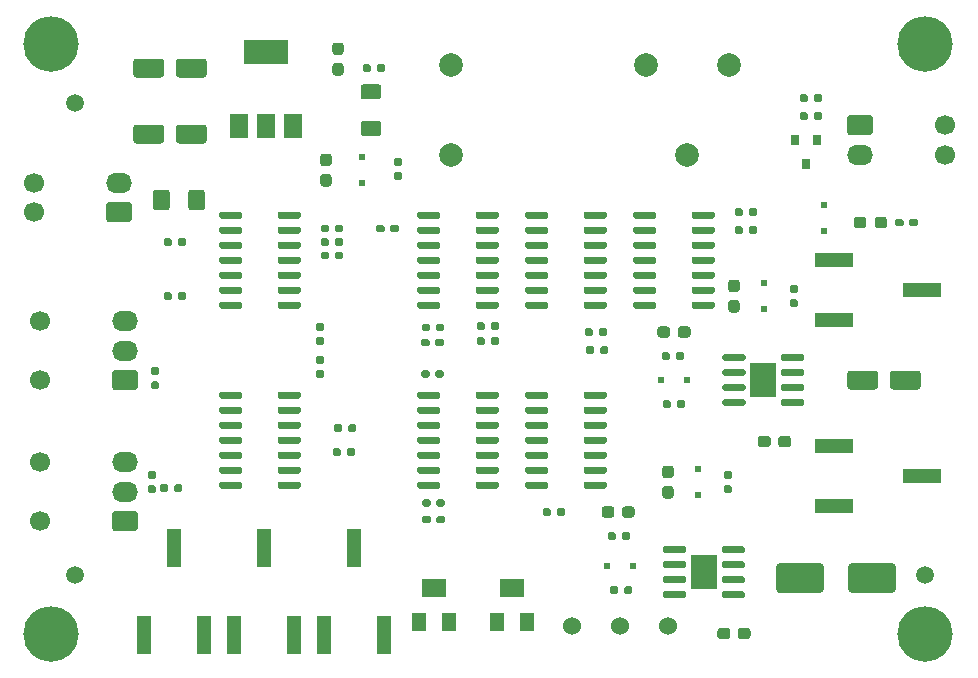
<source format=gbr>
%TF.GenerationSoftware,KiCad,Pcbnew,(5.1.10)-1*%
%TF.CreationDate,2022-02-21T21:57:19+01:00*%
%TF.ProjectId,BSPD-CV_3_0_00a,42535044-2d43-4565-9f33-5f305f303061,rev?*%
%TF.SameCoordinates,Original*%
%TF.FileFunction,Soldermask,Top*%
%TF.FilePolarity,Negative*%
%FSLAX46Y46*%
G04 Gerber Fmt 4.6, Leading zero omitted, Abs format (unit mm)*
G04 Created by KiCad (PCBNEW (5.1.10)-1) date 2022-02-21 21:57:19*
%MOMM*%
%LPD*%
G01*
G04 APERTURE LIST*
%ADD10C,1.700000*%
%ADD11O,2.200000X1.700000*%
%ADD12C,4.700000*%
%ADD13R,0.500000X0.500000*%
%ADD14C,2.000000*%
%ADD15R,2.290000X3.000000*%
%ADD16R,1.500000X2.000000*%
%ADD17R,3.800000X2.000000*%
%ADD18C,1.524000*%
%ADD19R,1.300000X1.600000*%
%ADD20R,2.000000X1.600000*%
%ADD21R,1.300000X3.300000*%
%ADD22R,3.300000X1.300000*%
%ADD23R,0.800000X0.900000*%
%ADD24C,1.500000*%
G04 APERTURE END LIST*
%TO.C,F11*%
G36*
G01*
X164605000Y-111877000D02*
X164605000Y-110627000D01*
G75*
G02*
X164855000Y-110377000I250000J0D01*
G01*
X165780000Y-110377000D01*
G75*
G02*
X166030000Y-110627000I0J-250000D01*
G01*
X166030000Y-111877000D01*
G75*
G02*
X165780000Y-112127000I-250000J0D01*
G01*
X164855000Y-112127000D01*
G75*
G02*
X164605000Y-111877000I0J250000D01*
G01*
G37*
G36*
G01*
X161630000Y-111877000D02*
X161630000Y-110627000D01*
G75*
G02*
X161880000Y-110377000I250000J0D01*
G01*
X162805000Y-110377000D01*
G75*
G02*
X163055000Y-110627000I0J-250000D01*
G01*
X163055000Y-111877000D01*
G75*
G02*
X162805000Y-112127000I-250000J0D01*
G01*
X161880000Y-112127000D01*
G75*
G02*
X161630000Y-111877000I0J250000D01*
G01*
G37*
%TD*%
D10*
%TO.C,J3*%
X152078000Y-133430000D03*
X152078000Y-138430000D03*
D11*
X159258000Y-133430000D03*
X159258000Y-135930000D03*
G36*
G01*
X160358000Y-137830000D02*
X160358000Y-139030000D01*
G75*
G02*
X160108000Y-139280000I-250000J0D01*
G01*
X158408000Y-139280000D01*
G75*
G02*
X158158000Y-139030000I0J250000D01*
G01*
X158158000Y-137830000D01*
G75*
G02*
X158408000Y-137580000I250000J0D01*
G01*
X160108000Y-137580000D01*
G75*
G02*
X160358000Y-137830000I0J-250000D01*
G01*
G37*
%TD*%
D10*
%TO.C,J2*%
X152078000Y-121492000D03*
X152078000Y-126492000D03*
D11*
X159258000Y-121492000D03*
X159258000Y-123992000D03*
G36*
G01*
X160358000Y-125892000D02*
X160358000Y-127092000D01*
G75*
G02*
X160108000Y-127342000I-250000J0D01*
G01*
X158408000Y-127342000D01*
G75*
G02*
X158158000Y-127092000I0J250000D01*
G01*
X158158000Y-125892000D01*
G75*
G02*
X158408000Y-125642000I250000J0D01*
G01*
X160108000Y-125642000D01*
G75*
G02*
X160358000Y-125892000I0J-250000D01*
G01*
G37*
%TD*%
D10*
%TO.C,J4*%
X228668000Y-107402000D03*
X228668000Y-104902000D03*
D11*
X221488000Y-107402000D03*
G36*
G01*
X220388000Y-105502000D02*
X220388000Y-104302000D01*
G75*
G02*
X220638000Y-104052000I250000J0D01*
G01*
X222338000Y-104052000D01*
G75*
G02*
X222588000Y-104302000I0J-250000D01*
G01*
X222588000Y-105502000D01*
G75*
G02*
X222338000Y-105752000I-250000J0D01*
G01*
X220638000Y-105752000D01*
G75*
G02*
X220388000Y-105502000I0J250000D01*
G01*
G37*
%TD*%
D10*
%TO.C,J1*%
X151570000Y-109768000D03*
X151570000Y-112268000D03*
D11*
X158750000Y-109768000D03*
G36*
G01*
X159850000Y-111668000D02*
X159850000Y-112868000D01*
G75*
G02*
X159600000Y-113118000I-250000J0D01*
G01*
X157900000Y-113118000D01*
G75*
G02*
X157650000Y-112868000I0J250000D01*
G01*
X157650000Y-111668000D01*
G75*
G02*
X157900000Y-111418000I250000J0D01*
G01*
X159600000Y-111418000D01*
G75*
G02*
X159850000Y-111668000I0J-250000D01*
G01*
G37*
%TD*%
D12*
%TO.C,H4*%
X227000000Y-148000000D03*
%TD*%
%TO.C,H3*%
X153000000Y-148000000D03*
%TD*%
%TO.C,H2*%
X227000000Y-98000000D03*
%TD*%
%TO.C,H1*%
X153000000Y-98000000D03*
%TD*%
D13*
%TO.C,D102*%
X218440000Y-111676000D03*
X218440000Y-113876000D03*
%TD*%
D14*
%TO.C,K101*%
X206878000Y-107432000D03*
X203378000Y-99832000D03*
X210378000Y-99832000D03*
X186878000Y-99832000D03*
X186878000Y-107432000D03*
%TD*%
D15*
%TO.C,U15*%
X208280000Y-142748000D03*
G36*
G01*
X209780000Y-140993000D02*
X209780000Y-140693000D01*
G75*
G02*
X209930000Y-140543000I150000J0D01*
G01*
X211580000Y-140543000D01*
G75*
G02*
X211730000Y-140693000I0J-150000D01*
G01*
X211730000Y-140993000D01*
G75*
G02*
X211580000Y-141143000I-150000J0D01*
G01*
X209930000Y-141143000D01*
G75*
G02*
X209780000Y-140993000I0J150000D01*
G01*
G37*
G36*
G01*
X209780000Y-142263000D02*
X209780000Y-141963000D01*
G75*
G02*
X209930000Y-141813000I150000J0D01*
G01*
X211580000Y-141813000D01*
G75*
G02*
X211730000Y-141963000I0J-150000D01*
G01*
X211730000Y-142263000D01*
G75*
G02*
X211580000Y-142413000I-150000J0D01*
G01*
X209930000Y-142413000D01*
G75*
G02*
X209780000Y-142263000I0J150000D01*
G01*
G37*
G36*
G01*
X209780000Y-143533000D02*
X209780000Y-143233000D01*
G75*
G02*
X209930000Y-143083000I150000J0D01*
G01*
X211580000Y-143083000D01*
G75*
G02*
X211730000Y-143233000I0J-150000D01*
G01*
X211730000Y-143533000D01*
G75*
G02*
X211580000Y-143683000I-150000J0D01*
G01*
X209930000Y-143683000D01*
G75*
G02*
X209780000Y-143533000I0J150000D01*
G01*
G37*
G36*
G01*
X209780000Y-144803000D02*
X209780000Y-144503000D01*
G75*
G02*
X209930000Y-144353000I150000J0D01*
G01*
X211580000Y-144353000D01*
G75*
G02*
X211730000Y-144503000I0J-150000D01*
G01*
X211730000Y-144803000D01*
G75*
G02*
X211580000Y-144953000I-150000J0D01*
G01*
X209930000Y-144953000D01*
G75*
G02*
X209780000Y-144803000I0J150000D01*
G01*
G37*
G36*
G01*
X204830000Y-144803000D02*
X204830000Y-144503000D01*
G75*
G02*
X204980000Y-144353000I150000J0D01*
G01*
X206630000Y-144353000D01*
G75*
G02*
X206780000Y-144503000I0J-150000D01*
G01*
X206780000Y-144803000D01*
G75*
G02*
X206630000Y-144953000I-150000J0D01*
G01*
X204980000Y-144953000D01*
G75*
G02*
X204830000Y-144803000I0J150000D01*
G01*
G37*
G36*
G01*
X204830000Y-143533000D02*
X204830000Y-143233000D01*
G75*
G02*
X204980000Y-143083000I150000J0D01*
G01*
X206630000Y-143083000D01*
G75*
G02*
X206780000Y-143233000I0J-150000D01*
G01*
X206780000Y-143533000D01*
G75*
G02*
X206630000Y-143683000I-150000J0D01*
G01*
X204980000Y-143683000D01*
G75*
G02*
X204830000Y-143533000I0J150000D01*
G01*
G37*
G36*
G01*
X204830000Y-142263000D02*
X204830000Y-141963000D01*
G75*
G02*
X204980000Y-141813000I150000J0D01*
G01*
X206630000Y-141813000D01*
G75*
G02*
X206780000Y-141963000I0J-150000D01*
G01*
X206780000Y-142263000D01*
G75*
G02*
X206630000Y-142413000I-150000J0D01*
G01*
X204980000Y-142413000D01*
G75*
G02*
X204830000Y-142263000I0J150000D01*
G01*
G37*
G36*
G01*
X204830000Y-140993000D02*
X204830000Y-140693000D01*
G75*
G02*
X204980000Y-140543000I150000J0D01*
G01*
X206630000Y-140543000D01*
G75*
G02*
X206780000Y-140693000I0J-150000D01*
G01*
X206780000Y-140993000D01*
G75*
G02*
X206630000Y-141143000I-150000J0D01*
G01*
X204980000Y-141143000D01*
G75*
G02*
X204830000Y-140993000I0J150000D01*
G01*
G37*
%TD*%
%TO.C,U12*%
X213298000Y-126492000D03*
G36*
G01*
X214798000Y-124737000D02*
X214798000Y-124437000D01*
G75*
G02*
X214948000Y-124287000I150000J0D01*
G01*
X216598000Y-124287000D01*
G75*
G02*
X216748000Y-124437000I0J-150000D01*
G01*
X216748000Y-124737000D01*
G75*
G02*
X216598000Y-124887000I-150000J0D01*
G01*
X214948000Y-124887000D01*
G75*
G02*
X214798000Y-124737000I0J150000D01*
G01*
G37*
G36*
G01*
X214798000Y-126007000D02*
X214798000Y-125707000D01*
G75*
G02*
X214948000Y-125557000I150000J0D01*
G01*
X216598000Y-125557000D01*
G75*
G02*
X216748000Y-125707000I0J-150000D01*
G01*
X216748000Y-126007000D01*
G75*
G02*
X216598000Y-126157000I-150000J0D01*
G01*
X214948000Y-126157000D01*
G75*
G02*
X214798000Y-126007000I0J150000D01*
G01*
G37*
G36*
G01*
X214798000Y-127277000D02*
X214798000Y-126977000D01*
G75*
G02*
X214948000Y-126827000I150000J0D01*
G01*
X216598000Y-126827000D01*
G75*
G02*
X216748000Y-126977000I0J-150000D01*
G01*
X216748000Y-127277000D01*
G75*
G02*
X216598000Y-127427000I-150000J0D01*
G01*
X214948000Y-127427000D01*
G75*
G02*
X214798000Y-127277000I0J150000D01*
G01*
G37*
G36*
G01*
X214798000Y-128547000D02*
X214798000Y-128247000D01*
G75*
G02*
X214948000Y-128097000I150000J0D01*
G01*
X216598000Y-128097000D01*
G75*
G02*
X216748000Y-128247000I0J-150000D01*
G01*
X216748000Y-128547000D01*
G75*
G02*
X216598000Y-128697000I-150000J0D01*
G01*
X214948000Y-128697000D01*
G75*
G02*
X214798000Y-128547000I0J150000D01*
G01*
G37*
G36*
G01*
X209848000Y-128547000D02*
X209848000Y-128247000D01*
G75*
G02*
X209998000Y-128097000I150000J0D01*
G01*
X211648000Y-128097000D01*
G75*
G02*
X211798000Y-128247000I0J-150000D01*
G01*
X211798000Y-128547000D01*
G75*
G02*
X211648000Y-128697000I-150000J0D01*
G01*
X209998000Y-128697000D01*
G75*
G02*
X209848000Y-128547000I0J150000D01*
G01*
G37*
G36*
G01*
X209848000Y-127277000D02*
X209848000Y-126977000D01*
G75*
G02*
X209998000Y-126827000I150000J0D01*
G01*
X211648000Y-126827000D01*
G75*
G02*
X211798000Y-126977000I0J-150000D01*
G01*
X211798000Y-127277000D01*
G75*
G02*
X211648000Y-127427000I-150000J0D01*
G01*
X209998000Y-127427000D01*
G75*
G02*
X209848000Y-127277000I0J150000D01*
G01*
G37*
G36*
G01*
X209848000Y-126007000D02*
X209848000Y-125707000D01*
G75*
G02*
X209998000Y-125557000I150000J0D01*
G01*
X211648000Y-125557000D01*
G75*
G02*
X211798000Y-125707000I0J-150000D01*
G01*
X211798000Y-126007000D01*
G75*
G02*
X211648000Y-126157000I-150000J0D01*
G01*
X209998000Y-126157000D01*
G75*
G02*
X209848000Y-126007000I0J150000D01*
G01*
G37*
G36*
G01*
X209848000Y-124737000D02*
X209848000Y-124437000D01*
G75*
G02*
X209998000Y-124287000I150000J0D01*
G01*
X211648000Y-124287000D01*
G75*
G02*
X211798000Y-124437000I0J-150000D01*
G01*
X211798000Y-124737000D01*
G75*
G02*
X211648000Y-124887000I-150000J0D01*
G01*
X209998000Y-124887000D01*
G75*
G02*
X209848000Y-124737000I0J150000D01*
G01*
G37*
%TD*%
%TO.C,U8*%
G36*
G01*
X188952000Y-127912000D02*
X188952000Y-127612000D01*
G75*
G02*
X189102000Y-127462000I150000J0D01*
G01*
X190752000Y-127462000D01*
G75*
G02*
X190902000Y-127612000I0J-150000D01*
G01*
X190902000Y-127912000D01*
G75*
G02*
X190752000Y-128062000I-150000J0D01*
G01*
X189102000Y-128062000D01*
G75*
G02*
X188952000Y-127912000I0J150000D01*
G01*
G37*
G36*
G01*
X188952000Y-129182000D02*
X188952000Y-128882000D01*
G75*
G02*
X189102000Y-128732000I150000J0D01*
G01*
X190752000Y-128732000D01*
G75*
G02*
X190902000Y-128882000I0J-150000D01*
G01*
X190902000Y-129182000D01*
G75*
G02*
X190752000Y-129332000I-150000J0D01*
G01*
X189102000Y-129332000D01*
G75*
G02*
X188952000Y-129182000I0J150000D01*
G01*
G37*
G36*
G01*
X188952000Y-130452000D02*
X188952000Y-130152000D01*
G75*
G02*
X189102000Y-130002000I150000J0D01*
G01*
X190752000Y-130002000D01*
G75*
G02*
X190902000Y-130152000I0J-150000D01*
G01*
X190902000Y-130452000D01*
G75*
G02*
X190752000Y-130602000I-150000J0D01*
G01*
X189102000Y-130602000D01*
G75*
G02*
X188952000Y-130452000I0J150000D01*
G01*
G37*
G36*
G01*
X188952000Y-131722000D02*
X188952000Y-131422000D01*
G75*
G02*
X189102000Y-131272000I150000J0D01*
G01*
X190752000Y-131272000D01*
G75*
G02*
X190902000Y-131422000I0J-150000D01*
G01*
X190902000Y-131722000D01*
G75*
G02*
X190752000Y-131872000I-150000J0D01*
G01*
X189102000Y-131872000D01*
G75*
G02*
X188952000Y-131722000I0J150000D01*
G01*
G37*
G36*
G01*
X188952000Y-132992000D02*
X188952000Y-132692000D01*
G75*
G02*
X189102000Y-132542000I150000J0D01*
G01*
X190752000Y-132542000D01*
G75*
G02*
X190902000Y-132692000I0J-150000D01*
G01*
X190902000Y-132992000D01*
G75*
G02*
X190752000Y-133142000I-150000J0D01*
G01*
X189102000Y-133142000D01*
G75*
G02*
X188952000Y-132992000I0J150000D01*
G01*
G37*
G36*
G01*
X188952000Y-134262000D02*
X188952000Y-133962000D01*
G75*
G02*
X189102000Y-133812000I150000J0D01*
G01*
X190752000Y-133812000D01*
G75*
G02*
X190902000Y-133962000I0J-150000D01*
G01*
X190902000Y-134262000D01*
G75*
G02*
X190752000Y-134412000I-150000J0D01*
G01*
X189102000Y-134412000D01*
G75*
G02*
X188952000Y-134262000I0J150000D01*
G01*
G37*
G36*
G01*
X188952000Y-135532000D02*
X188952000Y-135232000D01*
G75*
G02*
X189102000Y-135082000I150000J0D01*
G01*
X190752000Y-135082000D01*
G75*
G02*
X190902000Y-135232000I0J-150000D01*
G01*
X190902000Y-135532000D01*
G75*
G02*
X190752000Y-135682000I-150000J0D01*
G01*
X189102000Y-135682000D01*
G75*
G02*
X188952000Y-135532000I0J150000D01*
G01*
G37*
G36*
G01*
X184002000Y-135532000D02*
X184002000Y-135232000D01*
G75*
G02*
X184152000Y-135082000I150000J0D01*
G01*
X185802000Y-135082000D01*
G75*
G02*
X185952000Y-135232000I0J-150000D01*
G01*
X185952000Y-135532000D01*
G75*
G02*
X185802000Y-135682000I-150000J0D01*
G01*
X184152000Y-135682000D01*
G75*
G02*
X184002000Y-135532000I0J150000D01*
G01*
G37*
G36*
G01*
X184002000Y-134262000D02*
X184002000Y-133962000D01*
G75*
G02*
X184152000Y-133812000I150000J0D01*
G01*
X185802000Y-133812000D01*
G75*
G02*
X185952000Y-133962000I0J-150000D01*
G01*
X185952000Y-134262000D01*
G75*
G02*
X185802000Y-134412000I-150000J0D01*
G01*
X184152000Y-134412000D01*
G75*
G02*
X184002000Y-134262000I0J150000D01*
G01*
G37*
G36*
G01*
X184002000Y-132992000D02*
X184002000Y-132692000D01*
G75*
G02*
X184152000Y-132542000I150000J0D01*
G01*
X185802000Y-132542000D01*
G75*
G02*
X185952000Y-132692000I0J-150000D01*
G01*
X185952000Y-132992000D01*
G75*
G02*
X185802000Y-133142000I-150000J0D01*
G01*
X184152000Y-133142000D01*
G75*
G02*
X184002000Y-132992000I0J150000D01*
G01*
G37*
G36*
G01*
X184002000Y-131722000D02*
X184002000Y-131422000D01*
G75*
G02*
X184152000Y-131272000I150000J0D01*
G01*
X185802000Y-131272000D01*
G75*
G02*
X185952000Y-131422000I0J-150000D01*
G01*
X185952000Y-131722000D01*
G75*
G02*
X185802000Y-131872000I-150000J0D01*
G01*
X184152000Y-131872000D01*
G75*
G02*
X184002000Y-131722000I0J150000D01*
G01*
G37*
G36*
G01*
X184002000Y-130452000D02*
X184002000Y-130152000D01*
G75*
G02*
X184152000Y-130002000I150000J0D01*
G01*
X185802000Y-130002000D01*
G75*
G02*
X185952000Y-130152000I0J-150000D01*
G01*
X185952000Y-130452000D01*
G75*
G02*
X185802000Y-130602000I-150000J0D01*
G01*
X184152000Y-130602000D01*
G75*
G02*
X184002000Y-130452000I0J150000D01*
G01*
G37*
G36*
G01*
X184002000Y-129182000D02*
X184002000Y-128882000D01*
G75*
G02*
X184152000Y-128732000I150000J0D01*
G01*
X185802000Y-128732000D01*
G75*
G02*
X185952000Y-128882000I0J-150000D01*
G01*
X185952000Y-129182000D01*
G75*
G02*
X185802000Y-129332000I-150000J0D01*
G01*
X184152000Y-129332000D01*
G75*
G02*
X184002000Y-129182000I0J150000D01*
G01*
G37*
G36*
G01*
X184002000Y-127912000D02*
X184002000Y-127612000D01*
G75*
G02*
X184152000Y-127462000I150000J0D01*
G01*
X185802000Y-127462000D01*
G75*
G02*
X185952000Y-127612000I0J-150000D01*
G01*
X185952000Y-127912000D01*
G75*
G02*
X185802000Y-128062000I-150000J0D01*
G01*
X184152000Y-128062000D01*
G75*
G02*
X184002000Y-127912000I0J150000D01*
G01*
G37*
%TD*%
%TO.C,U7*%
G36*
G01*
X207240000Y-112672000D02*
X207240000Y-112372000D01*
G75*
G02*
X207390000Y-112222000I150000J0D01*
G01*
X209040000Y-112222000D01*
G75*
G02*
X209190000Y-112372000I0J-150000D01*
G01*
X209190000Y-112672000D01*
G75*
G02*
X209040000Y-112822000I-150000J0D01*
G01*
X207390000Y-112822000D01*
G75*
G02*
X207240000Y-112672000I0J150000D01*
G01*
G37*
G36*
G01*
X207240000Y-113942000D02*
X207240000Y-113642000D01*
G75*
G02*
X207390000Y-113492000I150000J0D01*
G01*
X209040000Y-113492000D01*
G75*
G02*
X209190000Y-113642000I0J-150000D01*
G01*
X209190000Y-113942000D01*
G75*
G02*
X209040000Y-114092000I-150000J0D01*
G01*
X207390000Y-114092000D01*
G75*
G02*
X207240000Y-113942000I0J150000D01*
G01*
G37*
G36*
G01*
X207240000Y-115212000D02*
X207240000Y-114912000D01*
G75*
G02*
X207390000Y-114762000I150000J0D01*
G01*
X209040000Y-114762000D01*
G75*
G02*
X209190000Y-114912000I0J-150000D01*
G01*
X209190000Y-115212000D01*
G75*
G02*
X209040000Y-115362000I-150000J0D01*
G01*
X207390000Y-115362000D01*
G75*
G02*
X207240000Y-115212000I0J150000D01*
G01*
G37*
G36*
G01*
X207240000Y-116482000D02*
X207240000Y-116182000D01*
G75*
G02*
X207390000Y-116032000I150000J0D01*
G01*
X209040000Y-116032000D01*
G75*
G02*
X209190000Y-116182000I0J-150000D01*
G01*
X209190000Y-116482000D01*
G75*
G02*
X209040000Y-116632000I-150000J0D01*
G01*
X207390000Y-116632000D01*
G75*
G02*
X207240000Y-116482000I0J150000D01*
G01*
G37*
G36*
G01*
X207240000Y-117752000D02*
X207240000Y-117452000D01*
G75*
G02*
X207390000Y-117302000I150000J0D01*
G01*
X209040000Y-117302000D01*
G75*
G02*
X209190000Y-117452000I0J-150000D01*
G01*
X209190000Y-117752000D01*
G75*
G02*
X209040000Y-117902000I-150000J0D01*
G01*
X207390000Y-117902000D01*
G75*
G02*
X207240000Y-117752000I0J150000D01*
G01*
G37*
G36*
G01*
X207240000Y-119022000D02*
X207240000Y-118722000D01*
G75*
G02*
X207390000Y-118572000I150000J0D01*
G01*
X209040000Y-118572000D01*
G75*
G02*
X209190000Y-118722000I0J-150000D01*
G01*
X209190000Y-119022000D01*
G75*
G02*
X209040000Y-119172000I-150000J0D01*
G01*
X207390000Y-119172000D01*
G75*
G02*
X207240000Y-119022000I0J150000D01*
G01*
G37*
G36*
G01*
X207240000Y-120292000D02*
X207240000Y-119992000D01*
G75*
G02*
X207390000Y-119842000I150000J0D01*
G01*
X209040000Y-119842000D01*
G75*
G02*
X209190000Y-119992000I0J-150000D01*
G01*
X209190000Y-120292000D01*
G75*
G02*
X209040000Y-120442000I-150000J0D01*
G01*
X207390000Y-120442000D01*
G75*
G02*
X207240000Y-120292000I0J150000D01*
G01*
G37*
G36*
G01*
X202290000Y-120292000D02*
X202290000Y-119992000D01*
G75*
G02*
X202440000Y-119842000I150000J0D01*
G01*
X204090000Y-119842000D01*
G75*
G02*
X204240000Y-119992000I0J-150000D01*
G01*
X204240000Y-120292000D01*
G75*
G02*
X204090000Y-120442000I-150000J0D01*
G01*
X202440000Y-120442000D01*
G75*
G02*
X202290000Y-120292000I0J150000D01*
G01*
G37*
G36*
G01*
X202290000Y-119022000D02*
X202290000Y-118722000D01*
G75*
G02*
X202440000Y-118572000I150000J0D01*
G01*
X204090000Y-118572000D01*
G75*
G02*
X204240000Y-118722000I0J-150000D01*
G01*
X204240000Y-119022000D01*
G75*
G02*
X204090000Y-119172000I-150000J0D01*
G01*
X202440000Y-119172000D01*
G75*
G02*
X202290000Y-119022000I0J150000D01*
G01*
G37*
G36*
G01*
X202290000Y-117752000D02*
X202290000Y-117452000D01*
G75*
G02*
X202440000Y-117302000I150000J0D01*
G01*
X204090000Y-117302000D01*
G75*
G02*
X204240000Y-117452000I0J-150000D01*
G01*
X204240000Y-117752000D01*
G75*
G02*
X204090000Y-117902000I-150000J0D01*
G01*
X202440000Y-117902000D01*
G75*
G02*
X202290000Y-117752000I0J150000D01*
G01*
G37*
G36*
G01*
X202290000Y-116482000D02*
X202290000Y-116182000D01*
G75*
G02*
X202440000Y-116032000I150000J0D01*
G01*
X204090000Y-116032000D01*
G75*
G02*
X204240000Y-116182000I0J-150000D01*
G01*
X204240000Y-116482000D01*
G75*
G02*
X204090000Y-116632000I-150000J0D01*
G01*
X202440000Y-116632000D01*
G75*
G02*
X202290000Y-116482000I0J150000D01*
G01*
G37*
G36*
G01*
X202290000Y-115212000D02*
X202290000Y-114912000D01*
G75*
G02*
X202440000Y-114762000I150000J0D01*
G01*
X204090000Y-114762000D01*
G75*
G02*
X204240000Y-114912000I0J-150000D01*
G01*
X204240000Y-115212000D01*
G75*
G02*
X204090000Y-115362000I-150000J0D01*
G01*
X202440000Y-115362000D01*
G75*
G02*
X202290000Y-115212000I0J150000D01*
G01*
G37*
G36*
G01*
X202290000Y-113942000D02*
X202290000Y-113642000D01*
G75*
G02*
X202440000Y-113492000I150000J0D01*
G01*
X204090000Y-113492000D01*
G75*
G02*
X204240000Y-113642000I0J-150000D01*
G01*
X204240000Y-113942000D01*
G75*
G02*
X204090000Y-114092000I-150000J0D01*
G01*
X202440000Y-114092000D01*
G75*
G02*
X202290000Y-113942000I0J150000D01*
G01*
G37*
G36*
G01*
X202290000Y-112672000D02*
X202290000Y-112372000D01*
G75*
G02*
X202440000Y-112222000I150000J0D01*
G01*
X204090000Y-112222000D01*
G75*
G02*
X204240000Y-112372000I0J-150000D01*
G01*
X204240000Y-112672000D01*
G75*
G02*
X204090000Y-112822000I-150000J0D01*
G01*
X202440000Y-112822000D01*
G75*
G02*
X202290000Y-112672000I0J150000D01*
G01*
G37*
%TD*%
%TO.C,U6*%
G36*
G01*
X172188000Y-127912000D02*
X172188000Y-127612000D01*
G75*
G02*
X172338000Y-127462000I150000J0D01*
G01*
X173988000Y-127462000D01*
G75*
G02*
X174138000Y-127612000I0J-150000D01*
G01*
X174138000Y-127912000D01*
G75*
G02*
X173988000Y-128062000I-150000J0D01*
G01*
X172338000Y-128062000D01*
G75*
G02*
X172188000Y-127912000I0J150000D01*
G01*
G37*
G36*
G01*
X172188000Y-129182000D02*
X172188000Y-128882000D01*
G75*
G02*
X172338000Y-128732000I150000J0D01*
G01*
X173988000Y-128732000D01*
G75*
G02*
X174138000Y-128882000I0J-150000D01*
G01*
X174138000Y-129182000D01*
G75*
G02*
X173988000Y-129332000I-150000J0D01*
G01*
X172338000Y-129332000D01*
G75*
G02*
X172188000Y-129182000I0J150000D01*
G01*
G37*
G36*
G01*
X172188000Y-130452000D02*
X172188000Y-130152000D01*
G75*
G02*
X172338000Y-130002000I150000J0D01*
G01*
X173988000Y-130002000D01*
G75*
G02*
X174138000Y-130152000I0J-150000D01*
G01*
X174138000Y-130452000D01*
G75*
G02*
X173988000Y-130602000I-150000J0D01*
G01*
X172338000Y-130602000D01*
G75*
G02*
X172188000Y-130452000I0J150000D01*
G01*
G37*
G36*
G01*
X172188000Y-131722000D02*
X172188000Y-131422000D01*
G75*
G02*
X172338000Y-131272000I150000J0D01*
G01*
X173988000Y-131272000D01*
G75*
G02*
X174138000Y-131422000I0J-150000D01*
G01*
X174138000Y-131722000D01*
G75*
G02*
X173988000Y-131872000I-150000J0D01*
G01*
X172338000Y-131872000D01*
G75*
G02*
X172188000Y-131722000I0J150000D01*
G01*
G37*
G36*
G01*
X172188000Y-132992000D02*
X172188000Y-132692000D01*
G75*
G02*
X172338000Y-132542000I150000J0D01*
G01*
X173988000Y-132542000D01*
G75*
G02*
X174138000Y-132692000I0J-150000D01*
G01*
X174138000Y-132992000D01*
G75*
G02*
X173988000Y-133142000I-150000J0D01*
G01*
X172338000Y-133142000D01*
G75*
G02*
X172188000Y-132992000I0J150000D01*
G01*
G37*
G36*
G01*
X172188000Y-134262000D02*
X172188000Y-133962000D01*
G75*
G02*
X172338000Y-133812000I150000J0D01*
G01*
X173988000Y-133812000D01*
G75*
G02*
X174138000Y-133962000I0J-150000D01*
G01*
X174138000Y-134262000D01*
G75*
G02*
X173988000Y-134412000I-150000J0D01*
G01*
X172338000Y-134412000D01*
G75*
G02*
X172188000Y-134262000I0J150000D01*
G01*
G37*
G36*
G01*
X172188000Y-135532000D02*
X172188000Y-135232000D01*
G75*
G02*
X172338000Y-135082000I150000J0D01*
G01*
X173988000Y-135082000D01*
G75*
G02*
X174138000Y-135232000I0J-150000D01*
G01*
X174138000Y-135532000D01*
G75*
G02*
X173988000Y-135682000I-150000J0D01*
G01*
X172338000Y-135682000D01*
G75*
G02*
X172188000Y-135532000I0J150000D01*
G01*
G37*
G36*
G01*
X167238000Y-135532000D02*
X167238000Y-135232000D01*
G75*
G02*
X167388000Y-135082000I150000J0D01*
G01*
X169038000Y-135082000D01*
G75*
G02*
X169188000Y-135232000I0J-150000D01*
G01*
X169188000Y-135532000D01*
G75*
G02*
X169038000Y-135682000I-150000J0D01*
G01*
X167388000Y-135682000D01*
G75*
G02*
X167238000Y-135532000I0J150000D01*
G01*
G37*
G36*
G01*
X167238000Y-134262000D02*
X167238000Y-133962000D01*
G75*
G02*
X167388000Y-133812000I150000J0D01*
G01*
X169038000Y-133812000D01*
G75*
G02*
X169188000Y-133962000I0J-150000D01*
G01*
X169188000Y-134262000D01*
G75*
G02*
X169038000Y-134412000I-150000J0D01*
G01*
X167388000Y-134412000D01*
G75*
G02*
X167238000Y-134262000I0J150000D01*
G01*
G37*
G36*
G01*
X167238000Y-132992000D02*
X167238000Y-132692000D01*
G75*
G02*
X167388000Y-132542000I150000J0D01*
G01*
X169038000Y-132542000D01*
G75*
G02*
X169188000Y-132692000I0J-150000D01*
G01*
X169188000Y-132992000D01*
G75*
G02*
X169038000Y-133142000I-150000J0D01*
G01*
X167388000Y-133142000D01*
G75*
G02*
X167238000Y-132992000I0J150000D01*
G01*
G37*
G36*
G01*
X167238000Y-131722000D02*
X167238000Y-131422000D01*
G75*
G02*
X167388000Y-131272000I150000J0D01*
G01*
X169038000Y-131272000D01*
G75*
G02*
X169188000Y-131422000I0J-150000D01*
G01*
X169188000Y-131722000D01*
G75*
G02*
X169038000Y-131872000I-150000J0D01*
G01*
X167388000Y-131872000D01*
G75*
G02*
X167238000Y-131722000I0J150000D01*
G01*
G37*
G36*
G01*
X167238000Y-130452000D02*
X167238000Y-130152000D01*
G75*
G02*
X167388000Y-130002000I150000J0D01*
G01*
X169038000Y-130002000D01*
G75*
G02*
X169188000Y-130152000I0J-150000D01*
G01*
X169188000Y-130452000D01*
G75*
G02*
X169038000Y-130602000I-150000J0D01*
G01*
X167388000Y-130602000D01*
G75*
G02*
X167238000Y-130452000I0J150000D01*
G01*
G37*
G36*
G01*
X167238000Y-129182000D02*
X167238000Y-128882000D01*
G75*
G02*
X167388000Y-128732000I150000J0D01*
G01*
X169038000Y-128732000D01*
G75*
G02*
X169188000Y-128882000I0J-150000D01*
G01*
X169188000Y-129182000D01*
G75*
G02*
X169038000Y-129332000I-150000J0D01*
G01*
X167388000Y-129332000D01*
G75*
G02*
X167238000Y-129182000I0J150000D01*
G01*
G37*
G36*
G01*
X167238000Y-127912000D02*
X167238000Y-127612000D01*
G75*
G02*
X167388000Y-127462000I150000J0D01*
G01*
X169038000Y-127462000D01*
G75*
G02*
X169188000Y-127612000I0J-150000D01*
G01*
X169188000Y-127912000D01*
G75*
G02*
X169038000Y-128062000I-150000J0D01*
G01*
X167388000Y-128062000D01*
G75*
G02*
X167238000Y-127912000I0J150000D01*
G01*
G37*
%TD*%
%TO.C,U5*%
G36*
G01*
X198096000Y-127912000D02*
X198096000Y-127612000D01*
G75*
G02*
X198246000Y-127462000I150000J0D01*
G01*
X199896000Y-127462000D01*
G75*
G02*
X200046000Y-127612000I0J-150000D01*
G01*
X200046000Y-127912000D01*
G75*
G02*
X199896000Y-128062000I-150000J0D01*
G01*
X198246000Y-128062000D01*
G75*
G02*
X198096000Y-127912000I0J150000D01*
G01*
G37*
G36*
G01*
X198096000Y-129182000D02*
X198096000Y-128882000D01*
G75*
G02*
X198246000Y-128732000I150000J0D01*
G01*
X199896000Y-128732000D01*
G75*
G02*
X200046000Y-128882000I0J-150000D01*
G01*
X200046000Y-129182000D01*
G75*
G02*
X199896000Y-129332000I-150000J0D01*
G01*
X198246000Y-129332000D01*
G75*
G02*
X198096000Y-129182000I0J150000D01*
G01*
G37*
G36*
G01*
X198096000Y-130452000D02*
X198096000Y-130152000D01*
G75*
G02*
X198246000Y-130002000I150000J0D01*
G01*
X199896000Y-130002000D01*
G75*
G02*
X200046000Y-130152000I0J-150000D01*
G01*
X200046000Y-130452000D01*
G75*
G02*
X199896000Y-130602000I-150000J0D01*
G01*
X198246000Y-130602000D01*
G75*
G02*
X198096000Y-130452000I0J150000D01*
G01*
G37*
G36*
G01*
X198096000Y-131722000D02*
X198096000Y-131422000D01*
G75*
G02*
X198246000Y-131272000I150000J0D01*
G01*
X199896000Y-131272000D01*
G75*
G02*
X200046000Y-131422000I0J-150000D01*
G01*
X200046000Y-131722000D01*
G75*
G02*
X199896000Y-131872000I-150000J0D01*
G01*
X198246000Y-131872000D01*
G75*
G02*
X198096000Y-131722000I0J150000D01*
G01*
G37*
G36*
G01*
X198096000Y-132992000D02*
X198096000Y-132692000D01*
G75*
G02*
X198246000Y-132542000I150000J0D01*
G01*
X199896000Y-132542000D01*
G75*
G02*
X200046000Y-132692000I0J-150000D01*
G01*
X200046000Y-132992000D01*
G75*
G02*
X199896000Y-133142000I-150000J0D01*
G01*
X198246000Y-133142000D01*
G75*
G02*
X198096000Y-132992000I0J150000D01*
G01*
G37*
G36*
G01*
X198096000Y-134262000D02*
X198096000Y-133962000D01*
G75*
G02*
X198246000Y-133812000I150000J0D01*
G01*
X199896000Y-133812000D01*
G75*
G02*
X200046000Y-133962000I0J-150000D01*
G01*
X200046000Y-134262000D01*
G75*
G02*
X199896000Y-134412000I-150000J0D01*
G01*
X198246000Y-134412000D01*
G75*
G02*
X198096000Y-134262000I0J150000D01*
G01*
G37*
G36*
G01*
X198096000Y-135532000D02*
X198096000Y-135232000D01*
G75*
G02*
X198246000Y-135082000I150000J0D01*
G01*
X199896000Y-135082000D01*
G75*
G02*
X200046000Y-135232000I0J-150000D01*
G01*
X200046000Y-135532000D01*
G75*
G02*
X199896000Y-135682000I-150000J0D01*
G01*
X198246000Y-135682000D01*
G75*
G02*
X198096000Y-135532000I0J150000D01*
G01*
G37*
G36*
G01*
X193146000Y-135532000D02*
X193146000Y-135232000D01*
G75*
G02*
X193296000Y-135082000I150000J0D01*
G01*
X194946000Y-135082000D01*
G75*
G02*
X195096000Y-135232000I0J-150000D01*
G01*
X195096000Y-135532000D01*
G75*
G02*
X194946000Y-135682000I-150000J0D01*
G01*
X193296000Y-135682000D01*
G75*
G02*
X193146000Y-135532000I0J150000D01*
G01*
G37*
G36*
G01*
X193146000Y-134262000D02*
X193146000Y-133962000D01*
G75*
G02*
X193296000Y-133812000I150000J0D01*
G01*
X194946000Y-133812000D01*
G75*
G02*
X195096000Y-133962000I0J-150000D01*
G01*
X195096000Y-134262000D01*
G75*
G02*
X194946000Y-134412000I-150000J0D01*
G01*
X193296000Y-134412000D01*
G75*
G02*
X193146000Y-134262000I0J150000D01*
G01*
G37*
G36*
G01*
X193146000Y-132992000D02*
X193146000Y-132692000D01*
G75*
G02*
X193296000Y-132542000I150000J0D01*
G01*
X194946000Y-132542000D01*
G75*
G02*
X195096000Y-132692000I0J-150000D01*
G01*
X195096000Y-132992000D01*
G75*
G02*
X194946000Y-133142000I-150000J0D01*
G01*
X193296000Y-133142000D01*
G75*
G02*
X193146000Y-132992000I0J150000D01*
G01*
G37*
G36*
G01*
X193146000Y-131722000D02*
X193146000Y-131422000D01*
G75*
G02*
X193296000Y-131272000I150000J0D01*
G01*
X194946000Y-131272000D01*
G75*
G02*
X195096000Y-131422000I0J-150000D01*
G01*
X195096000Y-131722000D01*
G75*
G02*
X194946000Y-131872000I-150000J0D01*
G01*
X193296000Y-131872000D01*
G75*
G02*
X193146000Y-131722000I0J150000D01*
G01*
G37*
G36*
G01*
X193146000Y-130452000D02*
X193146000Y-130152000D01*
G75*
G02*
X193296000Y-130002000I150000J0D01*
G01*
X194946000Y-130002000D01*
G75*
G02*
X195096000Y-130152000I0J-150000D01*
G01*
X195096000Y-130452000D01*
G75*
G02*
X194946000Y-130602000I-150000J0D01*
G01*
X193296000Y-130602000D01*
G75*
G02*
X193146000Y-130452000I0J150000D01*
G01*
G37*
G36*
G01*
X193146000Y-129182000D02*
X193146000Y-128882000D01*
G75*
G02*
X193296000Y-128732000I150000J0D01*
G01*
X194946000Y-128732000D01*
G75*
G02*
X195096000Y-128882000I0J-150000D01*
G01*
X195096000Y-129182000D01*
G75*
G02*
X194946000Y-129332000I-150000J0D01*
G01*
X193296000Y-129332000D01*
G75*
G02*
X193146000Y-129182000I0J150000D01*
G01*
G37*
G36*
G01*
X193146000Y-127912000D02*
X193146000Y-127612000D01*
G75*
G02*
X193296000Y-127462000I150000J0D01*
G01*
X194946000Y-127462000D01*
G75*
G02*
X195096000Y-127612000I0J-150000D01*
G01*
X195096000Y-127912000D01*
G75*
G02*
X194946000Y-128062000I-150000J0D01*
G01*
X193296000Y-128062000D01*
G75*
G02*
X193146000Y-127912000I0J150000D01*
G01*
G37*
%TD*%
%TO.C,U4*%
G36*
G01*
X198096000Y-112672000D02*
X198096000Y-112372000D01*
G75*
G02*
X198246000Y-112222000I150000J0D01*
G01*
X199896000Y-112222000D01*
G75*
G02*
X200046000Y-112372000I0J-150000D01*
G01*
X200046000Y-112672000D01*
G75*
G02*
X199896000Y-112822000I-150000J0D01*
G01*
X198246000Y-112822000D01*
G75*
G02*
X198096000Y-112672000I0J150000D01*
G01*
G37*
G36*
G01*
X198096000Y-113942000D02*
X198096000Y-113642000D01*
G75*
G02*
X198246000Y-113492000I150000J0D01*
G01*
X199896000Y-113492000D01*
G75*
G02*
X200046000Y-113642000I0J-150000D01*
G01*
X200046000Y-113942000D01*
G75*
G02*
X199896000Y-114092000I-150000J0D01*
G01*
X198246000Y-114092000D01*
G75*
G02*
X198096000Y-113942000I0J150000D01*
G01*
G37*
G36*
G01*
X198096000Y-115212000D02*
X198096000Y-114912000D01*
G75*
G02*
X198246000Y-114762000I150000J0D01*
G01*
X199896000Y-114762000D01*
G75*
G02*
X200046000Y-114912000I0J-150000D01*
G01*
X200046000Y-115212000D01*
G75*
G02*
X199896000Y-115362000I-150000J0D01*
G01*
X198246000Y-115362000D01*
G75*
G02*
X198096000Y-115212000I0J150000D01*
G01*
G37*
G36*
G01*
X198096000Y-116482000D02*
X198096000Y-116182000D01*
G75*
G02*
X198246000Y-116032000I150000J0D01*
G01*
X199896000Y-116032000D01*
G75*
G02*
X200046000Y-116182000I0J-150000D01*
G01*
X200046000Y-116482000D01*
G75*
G02*
X199896000Y-116632000I-150000J0D01*
G01*
X198246000Y-116632000D01*
G75*
G02*
X198096000Y-116482000I0J150000D01*
G01*
G37*
G36*
G01*
X198096000Y-117752000D02*
X198096000Y-117452000D01*
G75*
G02*
X198246000Y-117302000I150000J0D01*
G01*
X199896000Y-117302000D01*
G75*
G02*
X200046000Y-117452000I0J-150000D01*
G01*
X200046000Y-117752000D01*
G75*
G02*
X199896000Y-117902000I-150000J0D01*
G01*
X198246000Y-117902000D01*
G75*
G02*
X198096000Y-117752000I0J150000D01*
G01*
G37*
G36*
G01*
X198096000Y-119022000D02*
X198096000Y-118722000D01*
G75*
G02*
X198246000Y-118572000I150000J0D01*
G01*
X199896000Y-118572000D01*
G75*
G02*
X200046000Y-118722000I0J-150000D01*
G01*
X200046000Y-119022000D01*
G75*
G02*
X199896000Y-119172000I-150000J0D01*
G01*
X198246000Y-119172000D01*
G75*
G02*
X198096000Y-119022000I0J150000D01*
G01*
G37*
G36*
G01*
X198096000Y-120292000D02*
X198096000Y-119992000D01*
G75*
G02*
X198246000Y-119842000I150000J0D01*
G01*
X199896000Y-119842000D01*
G75*
G02*
X200046000Y-119992000I0J-150000D01*
G01*
X200046000Y-120292000D01*
G75*
G02*
X199896000Y-120442000I-150000J0D01*
G01*
X198246000Y-120442000D01*
G75*
G02*
X198096000Y-120292000I0J150000D01*
G01*
G37*
G36*
G01*
X193146000Y-120292000D02*
X193146000Y-119992000D01*
G75*
G02*
X193296000Y-119842000I150000J0D01*
G01*
X194946000Y-119842000D01*
G75*
G02*
X195096000Y-119992000I0J-150000D01*
G01*
X195096000Y-120292000D01*
G75*
G02*
X194946000Y-120442000I-150000J0D01*
G01*
X193296000Y-120442000D01*
G75*
G02*
X193146000Y-120292000I0J150000D01*
G01*
G37*
G36*
G01*
X193146000Y-119022000D02*
X193146000Y-118722000D01*
G75*
G02*
X193296000Y-118572000I150000J0D01*
G01*
X194946000Y-118572000D01*
G75*
G02*
X195096000Y-118722000I0J-150000D01*
G01*
X195096000Y-119022000D01*
G75*
G02*
X194946000Y-119172000I-150000J0D01*
G01*
X193296000Y-119172000D01*
G75*
G02*
X193146000Y-119022000I0J150000D01*
G01*
G37*
G36*
G01*
X193146000Y-117752000D02*
X193146000Y-117452000D01*
G75*
G02*
X193296000Y-117302000I150000J0D01*
G01*
X194946000Y-117302000D01*
G75*
G02*
X195096000Y-117452000I0J-150000D01*
G01*
X195096000Y-117752000D01*
G75*
G02*
X194946000Y-117902000I-150000J0D01*
G01*
X193296000Y-117902000D01*
G75*
G02*
X193146000Y-117752000I0J150000D01*
G01*
G37*
G36*
G01*
X193146000Y-116482000D02*
X193146000Y-116182000D01*
G75*
G02*
X193296000Y-116032000I150000J0D01*
G01*
X194946000Y-116032000D01*
G75*
G02*
X195096000Y-116182000I0J-150000D01*
G01*
X195096000Y-116482000D01*
G75*
G02*
X194946000Y-116632000I-150000J0D01*
G01*
X193296000Y-116632000D01*
G75*
G02*
X193146000Y-116482000I0J150000D01*
G01*
G37*
G36*
G01*
X193146000Y-115212000D02*
X193146000Y-114912000D01*
G75*
G02*
X193296000Y-114762000I150000J0D01*
G01*
X194946000Y-114762000D01*
G75*
G02*
X195096000Y-114912000I0J-150000D01*
G01*
X195096000Y-115212000D01*
G75*
G02*
X194946000Y-115362000I-150000J0D01*
G01*
X193296000Y-115362000D01*
G75*
G02*
X193146000Y-115212000I0J150000D01*
G01*
G37*
G36*
G01*
X193146000Y-113942000D02*
X193146000Y-113642000D01*
G75*
G02*
X193296000Y-113492000I150000J0D01*
G01*
X194946000Y-113492000D01*
G75*
G02*
X195096000Y-113642000I0J-150000D01*
G01*
X195096000Y-113942000D01*
G75*
G02*
X194946000Y-114092000I-150000J0D01*
G01*
X193296000Y-114092000D01*
G75*
G02*
X193146000Y-113942000I0J150000D01*
G01*
G37*
G36*
G01*
X193146000Y-112672000D02*
X193146000Y-112372000D01*
G75*
G02*
X193296000Y-112222000I150000J0D01*
G01*
X194946000Y-112222000D01*
G75*
G02*
X195096000Y-112372000I0J-150000D01*
G01*
X195096000Y-112672000D01*
G75*
G02*
X194946000Y-112822000I-150000J0D01*
G01*
X193296000Y-112822000D01*
G75*
G02*
X193146000Y-112672000I0J150000D01*
G01*
G37*
%TD*%
%TO.C,U3*%
G36*
G01*
X188952000Y-112672000D02*
X188952000Y-112372000D01*
G75*
G02*
X189102000Y-112222000I150000J0D01*
G01*
X190752000Y-112222000D01*
G75*
G02*
X190902000Y-112372000I0J-150000D01*
G01*
X190902000Y-112672000D01*
G75*
G02*
X190752000Y-112822000I-150000J0D01*
G01*
X189102000Y-112822000D01*
G75*
G02*
X188952000Y-112672000I0J150000D01*
G01*
G37*
G36*
G01*
X188952000Y-113942000D02*
X188952000Y-113642000D01*
G75*
G02*
X189102000Y-113492000I150000J0D01*
G01*
X190752000Y-113492000D01*
G75*
G02*
X190902000Y-113642000I0J-150000D01*
G01*
X190902000Y-113942000D01*
G75*
G02*
X190752000Y-114092000I-150000J0D01*
G01*
X189102000Y-114092000D01*
G75*
G02*
X188952000Y-113942000I0J150000D01*
G01*
G37*
G36*
G01*
X188952000Y-115212000D02*
X188952000Y-114912000D01*
G75*
G02*
X189102000Y-114762000I150000J0D01*
G01*
X190752000Y-114762000D01*
G75*
G02*
X190902000Y-114912000I0J-150000D01*
G01*
X190902000Y-115212000D01*
G75*
G02*
X190752000Y-115362000I-150000J0D01*
G01*
X189102000Y-115362000D01*
G75*
G02*
X188952000Y-115212000I0J150000D01*
G01*
G37*
G36*
G01*
X188952000Y-116482000D02*
X188952000Y-116182000D01*
G75*
G02*
X189102000Y-116032000I150000J0D01*
G01*
X190752000Y-116032000D01*
G75*
G02*
X190902000Y-116182000I0J-150000D01*
G01*
X190902000Y-116482000D01*
G75*
G02*
X190752000Y-116632000I-150000J0D01*
G01*
X189102000Y-116632000D01*
G75*
G02*
X188952000Y-116482000I0J150000D01*
G01*
G37*
G36*
G01*
X188952000Y-117752000D02*
X188952000Y-117452000D01*
G75*
G02*
X189102000Y-117302000I150000J0D01*
G01*
X190752000Y-117302000D01*
G75*
G02*
X190902000Y-117452000I0J-150000D01*
G01*
X190902000Y-117752000D01*
G75*
G02*
X190752000Y-117902000I-150000J0D01*
G01*
X189102000Y-117902000D01*
G75*
G02*
X188952000Y-117752000I0J150000D01*
G01*
G37*
G36*
G01*
X188952000Y-119022000D02*
X188952000Y-118722000D01*
G75*
G02*
X189102000Y-118572000I150000J0D01*
G01*
X190752000Y-118572000D01*
G75*
G02*
X190902000Y-118722000I0J-150000D01*
G01*
X190902000Y-119022000D01*
G75*
G02*
X190752000Y-119172000I-150000J0D01*
G01*
X189102000Y-119172000D01*
G75*
G02*
X188952000Y-119022000I0J150000D01*
G01*
G37*
G36*
G01*
X188952000Y-120292000D02*
X188952000Y-119992000D01*
G75*
G02*
X189102000Y-119842000I150000J0D01*
G01*
X190752000Y-119842000D01*
G75*
G02*
X190902000Y-119992000I0J-150000D01*
G01*
X190902000Y-120292000D01*
G75*
G02*
X190752000Y-120442000I-150000J0D01*
G01*
X189102000Y-120442000D01*
G75*
G02*
X188952000Y-120292000I0J150000D01*
G01*
G37*
G36*
G01*
X184002000Y-120292000D02*
X184002000Y-119992000D01*
G75*
G02*
X184152000Y-119842000I150000J0D01*
G01*
X185802000Y-119842000D01*
G75*
G02*
X185952000Y-119992000I0J-150000D01*
G01*
X185952000Y-120292000D01*
G75*
G02*
X185802000Y-120442000I-150000J0D01*
G01*
X184152000Y-120442000D01*
G75*
G02*
X184002000Y-120292000I0J150000D01*
G01*
G37*
G36*
G01*
X184002000Y-119022000D02*
X184002000Y-118722000D01*
G75*
G02*
X184152000Y-118572000I150000J0D01*
G01*
X185802000Y-118572000D01*
G75*
G02*
X185952000Y-118722000I0J-150000D01*
G01*
X185952000Y-119022000D01*
G75*
G02*
X185802000Y-119172000I-150000J0D01*
G01*
X184152000Y-119172000D01*
G75*
G02*
X184002000Y-119022000I0J150000D01*
G01*
G37*
G36*
G01*
X184002000Y-117752000D02*
X184002000Y-117452000D01*
G75*
G02*
X184152000Y-117302000I150000J0D01*
G01*
X185802000Y-117302000D01*
G75*
G02*
X185952000Y-117452000I0J-150000D01*
G01*
X185952000Y-117752000D01*
G75*
G02*
X185802000Y-117902000I-150000J0D01*
G01*
X184152000Y-117902000D01*
G75*
G02*
X184002000Y-117752000I0J150000D01*
G01*
G37*
G36*
G01*
X184002000Y-116482000D02*
X184002000Y-116182000D01*
G75*
G02*
X184152000Y-116032000I150000J0D01*
G01*
X185802000Y-116032000D01*
G75*
G02*
X185952000Y-116182000I0J-150000D01*
G01*
X185952000Y-116482000D01*
G75*
G02*
X185802000Y-116632000I-150000J0D01*
G01*
X184152000Y-116632000D01*
G75*
G02*
X184002000Y-116482000I0J150000D01*
G01*
G37*
G36*
G01*
X184002000Y-115212000D02*
X184002000Y-114912000D01*
G75*
G02*
X184152000Y-114762000I150000J0D01*
G01*
X185802000Y-114762000D01*
G75*
G02*
X185952000Y-114912000I0J-150000D01*
G01*
X185952000Y-115212000D01*
G75*
G02*
X185802000Y-115362000I-150000J0D01*
G01*
X184152000Y-115362000D01*
G75*
G02*
X184002000Y-115212000I0J150000D01*
G01*
G37*
G36*
G01*
X184002000Y-113942000D02*
X184002000Y-113642000D01*
G75*
G02*
X184152000Y-113492000I150000J0D01*
G01*
X185802000Y-113492000D01*
G75*
G02*
X185952000Y-113642000I0J-150000D01*
G01*
X185952000Y-113942000D01*
G75*
G02*
X185802000Y-114092000I-150000J0D01*
G01*
X184152000Y-114092000D01*
G75*
G02*
X184002000Y-113942000I0J150000D01*
G01*
G37*
G36*
G01*
X184002000Y-112672000D02*
X184002000Y-112372000D01*
G75*
G02*
X184152000Y-112222000I150000J0D01*
G01*
X185802000Y-112222000D01*
G75*
G02*
X185952000Y-112372000I0J-150000D01*
G01*
X185952000Y-112672000D01*
G75*
G02*
X185802000Y-112822000I-150000J0D01*
G01*
X184152000Y-112822000D01*
G75*
G02*
X184002000Y-112672000I0J150000D01*
G01*
G37*
%TD*%
%TO.C,U2*%
G36*
G01*
X172188000Y-112672000D02*
X172188000Y-112372000D01*
G75*
G02*
X172338000Y-112222000I150000J0D01*
G01*
X173988000Y-112222000D01*
G75*
G02*
X174138000Y-112372000I0J-150000D01*
G01*
X174138000Y-112672000D01*
G75*
G02*
X173988000Y-112822000I-150000J0D01*
G01*
X172338000Y-112822000D01*
G75*
G02*
X172188000Y-112672000I0J150000D01*
G01*
G37*
G36*
G01*
X172188000Y-113942000D02*
X172188000Y-113642000D01*
G75*
G02*
X172338000Y-113492000I150000J0D01*
G01*
X173988000Y-113492000D01*
G75*
G02*
X174138000Y-113642000I0J-150000D01*
G01*
X174138000Y-113942000D01*
G75*
G02*
X173988000Y-114092000I-150000J0D01*
G01*
X172338000Y-114092000D01*
G75*
G02*
X172188000Y-113942000I0J150000D01*
G01*
G37*
G36*
G01*
X172188000Y-115212000D02*
X172188000Y-114912000D01*
G75*
G02*
X172338000Y-114762000I150000J0D01*
G01*
X173988000Y-114762000D01*
G75*
G02*
X174138000Y-114912000I0J-150000D01*
G01*
X174138000Y-115212000D01*
G75*
G02*
X173988000Y-115362000I-150000J0D01*
G01*
X172338000Y-115362000D01*
G75*
G02*
X172188000Y-115212000I0J150000D01*
G01*
G37*
G36*
G01*
X172188000Y-116482000D02*
X172188000Y-116182000D01*
G75*
G02*
X172338000Y-116032000I150000J0D01*
G01*
X173988000Y-116032000D01*
G75*
G02*
X174138000Y-116182000I0J-150000D01*
G01*
X174138000Y-116482000D01*
G75*
G02*
X173988000Y-116632000I-150000J0D01*
G01*
X172338000Y-116632000D01*
G75*
G02*
X172188000Y-116482000I0J150000D01*
G01*
G37*
G36*
G01*
X172188000Y-117752000D02*
X172188000Y-117452000D01*
G75*
G02*
X172338000Y-117302000I150000J0D01*
G01*
X173988000Y-117302000D01*
G75*
G02*
X174138000Y-117452000I0J-150000D01*
G01*
X174138000Y-117752000D01*
G75*
G02*
X173988000Y-117902000I-150000J0D01*
G01*
X172338000Y-117902000D01*
G75*
G02*
X172188000Y-117752000I0J150000D01*
G01*
G37*
G36*
G01*
X172188000Y-119022000D02*
X172188000Y-118722000D01*
G75*
G02*
X172338000Y-118572000I150000J0D01*
G01*
X173988000Y-118572000D01*
G75*
G02*
X174138000Y-118722000I0J-150000D01*
G01*
X174138000Y-119022000D01*
G75*
G02*
X173988000Y-119172000I-150000J0D01*
G01*
X172338000Y-119172000D01*
G75*
G02*
X172188000Y-119022000I0J150000D01*
G01*
G37*
G36*
G01*
X172188000Y-120292000D02*
X172188000Y-119992000D01*
G75*
G02*
X172338000Y-119842000I150000J0D01*
G01*
X173988000Y-119842000D01*
G75*
G02*
X174138000Y-119992000I0J-150000D01*
G01*
X174138000Y-120292000D01*
G75*
G02*
X173988000Y-120442000I-150000J0D01*
G01*
X172338000Y-120442000D01*
G75*
G02*
X172188000Y-120292000I0J150000D01*
G01*
G37*
G36*
G01*
X167238000Y-120292000D02*
X167238000Y-119992000D01*
G75*
G02*
X167388000Y-119842000I150000J0D01*
G01*
X169038000Y-119842000D01*
G75*
G02*
X169188000Y-119992000I0J-150000D01*
G01*
X169188000Y-120292000D01*
G75*
G02*
X169038000Y-120442000I-150000J0D01*
G01*
X167388000Y-120442000D01*
G75*
G02*
X167238000Y-120292000I0J150000D01*
G01*
G37*
G36*
G01*
X167238000Y-119022000D02*
X167238000Y-118722000D01*
G75*
G02*
X167388000Y-118572000I150000J0D01*
G01*
X169038000Y-118572000D01*
G75*
G02*
X169188000Y-118722000I0J-150000D01*
G01*
X169188000Y-119022000D01*
G75*
G02*
X169038000Y-119172000I-150000J0D01*
G01*
X167388000Y-119172000D01*
G75*
G02*
X167238000Y-119022000I0J150000D01*
G01*
G37*
G36*
G01*
X167238000Y-117752000D02*
X167238000Y-117452000D01*
G75*
G02*
X167388000Y-117302000I150000J0D01*
G01*
X169038000Y-117302000D01*
G75*
G02*
X169188000Y-117452000I0J-150000D01*
G01*
X169188000Y-117752000D01*
G75*
G02*
X169038000Y-117902000I-150000J0D01*
G01*
X167388000Y-117902000D01*
G75*
G02*
X167238000Y-117752000I0J150000D01*
G01*
G37*
G36*
G01*
X167238000Y-116482000D02*
X167238000Y-116182000D01*
G75*
G02*
X167388000Y-116032000I150000J0D01*
G01*
X169038000Y-116032000D01*
G75*
G02*
X169188000Y-116182000I0J-150000D01*
G01*
X169188000Y-116482000D01*
G75*
G02*
X169038000Y-116632000I-150000J0D01*
G01*
X167388000Y-116632000D01*
G75*
G02*
X167238000Y-116482000I0J150000D01*
G01*
G37*
G36*
G01*
X167238000Y-115212000D02*
X167238000Y-114912000D01*
G75*
G02*
X167388000Y-114762000I150000J0D01*
G01*
X169038000Y-114762000D01*
G75*
G02*
X169188000Y-114912000I0J-150000D01*
G01*
X169188000Y-115212000D01*
G75*
G02*
X169038000Y-115362000I-150000J0D01*
G01*
X167388000Y-115362000D01*
G75*
G02*
X167238000Y-115212000I0J150000D01*
G01*
G37*
G36*
G01*
X167238000Y-113942000D02*
X167238000Y-113642000D01*
G75*
G02*
X167388000Y-113492000I150000J0D01*
G01*
X169038000Y-113492000D01*
G75*
G02*
X169188000Y-113642000I0J-150000D01*
G01*
X169188000Y-113942000D01*
G75*
G02*
X169038000Y-114092000I-150000J0D01*
G01*
X167388000Y-114092000D01*
G75*
G02*
X167238000Y-113942000I0J150000D01*
G01*
G37*
G36*
G01*
X167238000Y-112672000D02*
X167238000Y-112372000D01*
G75*
G02*
X167388000Y-112222000I150000J0D01*
G01*
X169038000Y-112222000D01*
G75*
G02*
X169188000Y-112372000I0J-150000D01*
G01*
X169188000Y-112672000D01*
G75*
G02*
X169038000Y-112822000I-150000J0D01*
G01*
X167388000Y-112822000D01*
G75*
G02*
X167238000Y-112672000I0J150000D01*
G01*
G37*
%TD*%
D16*
%TO.C,U1*%
X168896000Y-105004000D03*
X173496000Y-105004000D03*
X171196000Y-105004000D03*
D17*
X171196000Y-98704000D03*
%TD*%
D18*
%TO.C,S3*%
X205232000Y-147320000D03*
%TD*%
%TO.C,S2*%
X201168000Y-147320000D03*
%TD*%
%TO.C,S1*%
X197104000Y-147320000D03*
%TD*%
D19*
%TO.C,VApp1*%
X193274000Y-146992000D03*
D20*
X192024000Y-144092000D03*
D19*
X190774000Y-146992000D03*
%TD*%
%TO.C,VBrk1*%
X186670000Y-146992000D03*
D20*
X185420000Y-144092000D03*
D19*
X184170000Y-146992000D03*
%TD*%
D21*
%TO.C,V0.5*%
X160909000Y-148099000D03*
X163449000Y-140699000D03*
X165989000Y-148099000D03*
%TD*%
%TO.C,V4.5*%
X168529000Y-148099000D03*
X171069000Y-140699000D03*
X173609000Y-148099000D03*
%TD*%
%TO.C,VC1*%
X176149000Y-148099000D03*
X178689000Y-140699000D03*
X181229000Y-148099000D03*
%TD*%
D22*
%TO.C,VT2*%
X219312000Y-132080000D03*
X226712000Y-134620000D03*
X219312000Y-137160000D03*
%TD*%
%TO.C,VT1*%
X219312000Y-116332000D03*
X226712000Y-118872000D03*
X219312000Y-121412000D03*
%TD*%
%TO.C,R54*%
G36*
G01*
X177560000Y-132428000D02*
X177560000Y-132748000D01*
G75*
G02*
X177400000Y-132908000I-160000J0D01*
G01*
X177005000Y-132908000D01*
G75*
G02*
X176845000Y-132748000I0J160000D01*
G01*
X176845000Y-132428000D01*
G75*
G02*
X177005000Y-132268000I160000J0D01*
G01*
X177400000Y-132268000D01*
G75*
G02*
X177560000Y-132428000I0J-160000D01*
G01*
G37*
G36*
G01*
X178755000Y-132428000D02*
X178755000Y-132748000D01*
G75*
G02*
X178595000Y-132908000I-160000J0D01*
G01*
X178200000Y-132908000D01*
G75*
G02*
X178040000Y-132748000I0J160000D01*
G01*
X178040000Y-132428000D01*
G75*
G02*
X178200000Y-132268000I160000J0D01*
G01*
X178595000Y-132268000D01*
G75*
G02*
X178755000Y-132428000I0J-160000D01*
G01*
G37*
%TD*%
%TO.C,R55*%
G36*
G01*
X190232000Y-123350000D02*
X190232000Y-123030000D01*
G75*
G02*
X190392000Y-122870000I160000J0D01*
G01*
X190787000Y-122870000D01*
G75*
G02*
X190947000Y-123030000I0J-160000D01*
G01*
X190947000Y-123350000D01*
G75*
G02*
X190787000Y-123510000I-160000J0D01*
G01*
X190392000Y-123510000D01*
G75*
G02*
X190232000Y-123350000I0J160000D01*
G01*
G37*
G36*
G01*
X189037000Y-123350000D02*
X189037000Y-123030000D01*
G75*
G02*
X189197000Y-122870000I160000J0D01*
G01*
X189592000Y-122870000D01*
G75*
G02*
X189752000Y-123030000I0J-160000D01*
G01*
X189752000Y-123350000D01*
G75*
G02*
X189592000Y-123510000I-160000J0D01*
G01*
X189197000Y-123510000D01*
G75*
G02*
X189037000Y-123350000I0J160000D01*
G01*
G37*
%TD*%
%TO.C,R94*%
G36*
G01*
X200838500Y-139540000D02*
X200838500Y-139860000D01*
G75*
G02*
X200678500Y-140020000I-160000J0D01*
G01*
X200283500Y-140020000D01*
G75*
G02*
X200123500Y-139860000I0J160000D01*
G01*
X200123500Y-139540000D01*
G75*
G02*
X200283500Y-139380000I160000J0D01*
G01*
X200678500Y-139380000D01*
G75*
G02*
X200838500Y-139540000I0J-160000D01*
G01*
G37*
G36*
G01*
X202033500Y-139540000D02*
X202033500Y-139860000D01*
G75*
G02*
X201873500Y-140020000I-160000J0D01*
G01*
X201478500Y-140020000D01*
G75*
G02*
X201318500Y-139860000I0J160000D01*
G01*
X201318500Y-139540000D01*
G75*
G02*
X201478500Y-139380000I160000J0D01*
G01*
X201873500Y-139380000D01*
G75*
G02*
X202033500Y-139540000I0J-160000D01*
G01*
G37*
%TD*%
%TO.C,R53*%
G36*
G01*
X163397500Y-135796000D02*
X163397500Y-135476000D01*
G75*
G02*
X163557500Y-135316000I160000J0D01*
G01*
X163952500Y-135316000D01*
G75*
G02*
X164112500Y-135476000I0J-160000D01*
G01*
X164112500Y-135796000D01*
G75*
G02*
X163952500Y-135956000I-160000J0D01*
G01*
X163557500Y-135956000D01*
G75*
G02*
X163397500Y-135796000I0J160000D01*
G01*
G37*
G36*
G01*
X162202500Y-135796000D02*
X162202500Y-135476000D01*
G75*
G02*
X162362500Y-135316000I160000J0D01*
G01*
X162757500Y-135316000D01*
G75*
G02*
X162917500Y-135476000I0J-160000D01*
G01*
X162917500Y-135796000D01*
G75*
G02*
X162757500Y-135956000I-160000J0D01*
G01*
X162362500Y-135956000D01*
G75*
G02*
X162202500Y-135796000I0J160000D01*
G01*
G37*
%TD*%
%TO.C,R92*%
G36*
G01*
X210472000Y-134888000D02*
X210152000Y-134888000D01*
G75*
G02*
X209992000Y-134728000I0J160000D01*
G01*
X209992000Y-134333000D01*
G75*
G02*
X210152000Y-134173000I160000J0D01*
G01*
X210472000Y-134173000D01*
G75*
G02*
X210632000Y-134333000I0J-160000D01*
G01*
X210632000Y-134728000D01*
G75*
G02*
X210472000Y-134888000I-160000J0D01*
G01*
G37*
G36*
G01*
X210472000Y-136083000D02*
X210152000Y-136083000D01*
G75*
G02*
X209992000Y-135923000I0J160000D01*
G01*
X209992000Y-135528000D01*
G75*
G02*
X210152000Y-135368000I160000J0D01*
G01*
X210472000Y-135368000D01*
G75*
G02*
X210632000Y-135528000I0J-160000D01*
G01*
X210632000Y-135923000D01*
G75*
G02*
X210472000Y-136083000I-160000J0D01*
G01*
G37*
%TD*%
%TO.C,R91*%
G36*
G01*
X201497500Y-144432000D02*
X201497500Y-144112000D01*
G75*
G02*
X201657500Y-143952000I160000J0D01*
G01*
X202052500Y-143952000D01*
G75*
G02*
X202212500Y-144112000I0J-160000D01*
G01*
X202212500Y-144432000D01*
G75*
G02*
X202052500Y-144592000I-160000J0D01*
G01*
X201657500Y-144592000D01*
G75*
G02*
X201497500Y-144432000I0J160000D01*
G01*
G37*
G36*
G01*
X200302500Y-144432000D02*
X200302500Y-144112000D01*
G75*
G02*
X200462500Y-143952000I160000J0D01*
G01*
X200857500Y-143952000D01*
G75*
G02*
X201017500Y-144112000I0J-160000D01*
G01*
X201017500Y-144432000D01*
G75*
G02*
X200857500Y-144592000I-160000J0D01*
G01*
X200462500Y-144592000D01*
G75*
G02*
X200302500Y-144432000I0J160000D01*
G01*
G37*
%TD*%
%TO.C,R51*%
G36*
G01*
X161384000Y-135368000D02*
X161704000Y-135368000D01*
G75*
G02*
X161864000Y-135528000I0J-160000D01*
G01*
X161864000Y-135923000D01*
G75*
G02*
X161704000Y-136083000I-160000J0D01*
G01*
X161384000Y-136083000D01*
G75*
G02*
X161224000Y-135923000I0J160000D01*
G01*
X161224000Y-135528000D01*
G75*
G02*
X161384000Y-135368000I160000J0D01*
G01*
G37*
G36*
G01*
X161384000Y-134173000D02*
X161704000Y-134173000D01*
G75*
G02*
X161864000Y-134333000I0J-160000D01*
G01*
X161864000Y-134728000D01*
G75*
G02*
X161704000Y-134888000I-160000J0D01*
G01*
X161384000Y-134888000D01*
G75*
G02*
X161224000Y-134728000I0J160000D01*
G01*
X161224000Y-134333000D01*
G75*
G02*
X161384000Y-134173000I160000J0D01*
G01*
G37*
%TD*%
%TO.C,R103*%
G36*
G01*
X217574500Y-104300000D02*
X217574500Y-103980000D01*
G75*
G02*
X217734500Y-103820000I160000J0D01*
G01*
X218129500Y-103820000D01*
G75*
G02*
X218289500Y-103980000I0J-160000D01*
G01*
X218289500Y-104300000D01*
G75*
G02*
X218129500Y-104460000I-160000J0D01*
G01*
X217734500Y-104460000D01*
G75*
G02*
X217574500Y-104300000I0J160000D01*
G01*
G37*
G36*
G01*
X216379500Y-104300000D02*
X216379500Y-103980000D01*
G75*
G02*
X216539500Y-103820000I160000J0D01*
G01*
X216934500Y-103820000D01*
G75*
G02*
X217094500Y-103980000I0J-160000D01*
G01*
X217094500Y-104300000D01*
G75*
G02*
X216934500Y-104460000I-160000J0D01*
G01*
X216539500Y-104460000D01*
G75*
G02*
X216379500Y-104300000I0J160000D01*
G01*
G37*
%TD*%
%TO.C,R102*%
G36*
G01*
X217574500Y-102776000D02*
X217574500Y-102456000D01*
G75*
G02*
X217734500Y-102296000I160000J0D01*
G01*
X218129500Y-102296000D01*
G75*
G02*
X218289500Y-102456000I0J-160000D01*
G01*
X218289500Y-102776000D01*
G75*
G02*
X218129500Y-102936000I-160000J0D01*
G01*
X217734500Y-102936000D01*
G75*
G02*
X217574500Y-102776000I0J160000D01*
G01*
G37*
G36*
G01*
X216379500Y-102776000D02*
X216379500Y-102456000D01*
G75*
G02*
X216539500Y-102296000I160000J0D01*
G01*
X216934500Y-102296000D01*
G75*
G02*
X217094500Y-102456000I0J-160000D01*
G01*
X217094500Y-102776000D01*
G75*
G02*
X216934500Y-102936000I-160000J0D01*
G01*
X216539500Y-102936000D01*
G75*
G02*
X216379500Y-102776000I0J160000D01*
G01*
G37*
%TD*%
%TO.C,R84*%
G36*
G01*
X205410500Y-124300000D02*
X205410500Y-124620000D01*
G75*
G02*
X205250500Y-124780000I-160000J0D01*
G01*
X204855500Y-124780000D01*
G75*
G02*
X204695500Y-124620000I0J160000D01*
G01*
X204695500Y-124300000D01*
G75*
G02*
X204855500Y-124140000I160000J0D01*
G01*
X205250500Y-124140000D01*
G75*
G02*
X205410500Y-124300000I0J-160000D01*
G01*
G37*
G36*
G01*
X206605500Y-124300000D02*
X206605500Y-124620000D01*
G75*
G02*
X206445500Y-124780000I-160000J0D01*
G01*
X206050500Y-124780000D01*
G75*
G02*
X205890500Y-124620000I0J160000D01*
G01*
X205890500Y-124300000D01*
G75*
G02*
X206050500Y-124140000I160000J0D01*
G01*
X206445500Y-124140000D01*
G75*
G02*
X206605500Y-124300000I0J-160000D01*
G01*
G37*
%TD*%
%TO.C,R44*%
G36*
G01*
X181723000Y-113825000D02*
X181723000Y-113505000D01*
G75*
G02*
X181883000Y-113345000I160000J0D01*
G01*
X182278000Y-113345000D01*
G75*
G02*
X182438000Y-113505000I0J-160000D01*
G01*
X182438000Y-113825000D01*
G75*
G02*
X182278000Y-113985000I-160000J0D01*
G01*
X181883000Y-113985000D01*
G75*
G02*
X181723000Y-113825000I0J160000D01*
G01*
G37*
G36*
G01*
X180528000Y-113825000D02*
X180528000Y-113505000D01*
G75*
G02*
X180688000Y-113345000I160000J0D01*
G01*
X181083000Y-113345000D01*
G75*
G02*
X181243000Y-113505000I0J-160000D01*
G01*
X181243000Y-113825000D01*
G75*
G02*
X181083000Y-113985000I-160000J0D01*
G01*
X180688000Y-113985000D01*
G75*
G02*
X180528000Y-113825000I0J160000D01*
G01*
G37*
%TD*%
%TO.C,R82*%
G36*
G01*
X215740000Y-119620000D02*
X216060000Y-119620000D01*
G75*
G02*
X216220000Y-119780000I0J-160000D01*
G01*
X216220000Y-120175000D01*
G75*
G02*
X216060000Y-120335000I-160000J0D01*
G01*
X215740000Y-120335000D01*
G75*
G02*
X215580000Y-120175000I0J160000D01*
G01*
X215580000Y-119780000D01*
G75*
G02*
X215740000Y-119620000I160000J0D01*
G01*
G37*
G36*
G01*
X215740000Y-118425000D02*
X216060000Y-118425000D01*
G75*
G02*
X216220000Y-118585000I0J-160000D01*
G01*
X216220000Y-118980000D01*
G75*
G02*
X216060000Y-119140000I-160000J0D01*
G01*
X215740000Y-119140000D01*
G75*
G02*
X215580000Y-118980000I0J160000D01*
G01*
X215580000Y-118585000D01*
G75*
G02*
X215740000Y-118425000I160000J0D01*
G01*
G37*
%TD*%
%TO.C,R81*%
G36*
G01*
X205980000Y-128684000D02*
X205980000Y-128364000D01*
G75*
G02*
X206140000Y-128204000I160000J0D01*
G01*
X206535000Y-128204000D01*
G75*
G02*
X206695000Y-128364000I0J-160000D01*
G01*
X206695000Y-128684000D01*
G75*
G02*
X206535000Y-128844000I-160000J0D01*
G01*
X206140000Y-128844000D01*
G75*
G02*
X205980000Y-128684000I0J160000D01*
G01*
G37*
G36*
G01*
X204785000Y-128684000D02*
X204785000Y-128364000D01*
G75*
G02*
X204945000Y-128204000I160000J0D01*
G01*
X205340000Y-128204000D01*
G75*
G02*
X205500000Y-128364000I0J-160000D01*
G01*
X205500000Y-128684000D01*
G75*
G02*
X205340000Y-128844000I-160000J0D01*
G01*
X204945000Y-128844000D01*
G75*
G02*
X204785000Y-128684000I0J160000D01*
G01*
G37*
%TD*%
%TO.C,R45*%
G36*
G01*
X190232000Y-122080000D02*
X190232000Y-121760000D01*
G75*
G02*
X190392000Y-121600000I160000J0D01*
G01*
X190787000Y-121600000D01*
G75*
G02*
X190947000Y-121760000I0J-160000D01*
G01*
X190947000Y-122080000D01*
G75*
G02*
X190787000Y-122240000I-160000J0D01*
G01*
X190392000Y-122240000D01*
G75*
G02*
X190232000Y-122080000I0J160000D01*
G01*
G37*
G36*
G01*
X189037000Y-122080000D02*
X189037000Y-121760000D01*
G75*
G02*
X189197000Y-121600000I160000J0D01*
G01*
X189592000Y-121600000D01*
G75*
G02*
X189752000Y-121760000I0J-160000D01*
G01*
X189752000Y-122080000D01*
G75*
G02*
X189592000Y-122240000I-160000J0D01*
G01*
X189197000Y-122240000D01*
G75*
G02*
X189037000Y-122080000I0J160000D01*
G01*
G37*
%TD*%
%TO.C,R101*%
G36*
G01*
X225185000Y-112997000D02*
X225185000Y-113317000D01*
G75*
G02*
X225025000Y-113477000I-160000J0D01*
G01*
X224630000Y-113477000D01*
G75*
G02*
X224470000Y-113317000I0J160000D01*
G01*
X224470000Y-112997000D01*
G75*
G02*
X224630000Y-112837000I160000J0D01*
G01*
X225025000Y-112837000D01*
G75*
G02*
X225185000Y-112997000I0J-160000D01*
G01*
G37*
G36*
G01*
X226380000Y-112997000D02*
X226380000Y-113317000D01*
G75*
G02*
X226220000Y-113477000I-160000J0D01*
G01*
X225825000Y-113477000D01*
G75*
G02*
X225665000Y-113317000I0J160000D01*
G01*
X225665000Y-112997000D01*
G75*
G02*
X225825000Y-112837000I160000J0D01*
G01*
X226220000Y-112837000D01*
G75*
G02*
X226380000Y-112997000I0J-160000D01*
G01*
G37*
%TD*%
%TO.C,R43*%
G36*
G01*
X163726500Y-119540000D02*
X163726500Y-119220000D01*
G75*
G02*
X163886500Y-119060000I160000J0D01*
G01*
X164281500Y-119060000D01*
G75*
G02*
X164441500Y-119220000I0J-160000D01*
G01*
X164441500Y-119540000D01*
G75*
G02*
X164281500Y-119700000I-160000J0D01*
G01*
X163886500Y-119700000D01*
G75*
G02*
X163726500Y-119540000I0J160000D01*
G01*
G37*
G36*
G01*
X162531500Y-119540000D02*
X162531500Y-119220000D01*
G75*
G02*
X162691500Y-119060000I160000J0D01*
G01*
X163086500Y-119060000D01*
G75*
G02*
X163246500Y-119220000I0J-160000D01*
G01*
X163246500Y-119540000D01*
G75*
G02*
X163086500Y-119700000I-160000J0D01*
G01*
X162691500Y-119700000D01*
G75*
G02*
X162531500Y-119540000I0J160000D01*
G01*
G37*
%TD*%
%TO.C,R31*%
G36*
G01*
X182532000Y-108382500D02*
X182212000Y-108382500D01*
G75*
G02*
X182052000Y-108222500I0J160000D01*
G01*
X182052000Y-107827500D01*
G75*
G02*
X182212000Y-107667500I160000J0D01*
G01*
X182532000Y-107667500D01*
G75*
G02*
X182692000Y-107827500I0J-160000D01*
G01*
X182692000Y-108222500D01*
G75*
G02*
X182532000Y-108382500I-160000J0D01*
G01*
G37*
G36*
G01*
X182532000Y-109577500D02*
X182212000Y-109577500D01*
G75*
G02*
X182052000Y-109417500I0J160000D01*
G01*
X182052000Y-109022500D01*
G75*
G02*
X182212000Y-108862500I160000J0D01*
G01*
X182532000Y-108862500D01*
G75*
G02*
X182692000Y-109022500I0J-160000D01*
G01*
X182692000Y-109417500D01*
G75*
G02*
X182532000Y-109577500I-160000J0D01*
G01*
G37*
%TD*%
%TO.C,R42*%
G36*
G01*
X163726500Y-114968000D02*
X163726500Y-114648000D01*
G75*
G02*
X163886500Y-114488000I160000J0D01*
G01*
X164281500Y-114488000D01*
G75*
G02*
X164441500Y-114648000I0J-160000D01*
G01*
X164441500Y-114968000D01*
G75*
G02*
X164281500Y-115128000I-160000J0D01*
G01*
X163886500Y-115128000D01*
G75*
G02*
X163726500Y-114968000I0J160000D01*
G01*
G37*
G36*
G01*
X162531500Y-114968000D02*
X162531500Y-114648000D01*
G75*
G02*
X162691500Y-114488000I160000J0D01*
G01*
X163086500Y-114488000D01*
G75*
G02*
X163246500Y-114648000I0J-160000D01*
G01*
X163246500Y-114968000D01*
G75*
G02*
X163086500Y-115128000I-160000J0D01*
G01*
X162691500Y-115128000D01*
G75*
G02*
X162531500Y-114968000I0J160000D01*
G01*
G37*
%TD*%
%TO.C,R41*%
G36*
G01*
X161958000Y-126087500D02*
X161638000Y-126087500D01*
G75*
G02*
X161478000Y-125927500I0J160000D01*
G01*
X161478000Y-125532500D01*
G75*
G02*
X161638000Y-125372500I160000J0D01*
G01*
X161958000Y-125372500D01*
G75*
G02*
X162118000Y-125532500I0J-160000D01*
G01*
X162118000Y-125927500D01*
G75*
G02*
X161958000Y-126087500I-160000J0D01*
G01*
G37*
G36*
G01*
X161958000Y-127282500D02*
X161638000Y-127282500D01*
G75*
G02*
X161478000Y-127122500I0J160000D01*
G01*
X161478000Y-126727500D01*
G75*
G02*
X161638000Y-126567500I160000J0D01*
G01*
X161958000Y-126567500D01*
G75*
G02*
X162118000Y-126727500I0J-160000D01*
G01*
X162118000Y-127122500D01*
G75*
G02*
X161958000Y-127282500I-160000J0D01*
G01*
G37*
%TD*%
%TO.C,R72*%
G36*
G01*
X185622500Y-137066000D02*
X185622500Y-136746000D01*
G75*
G02*
X185782500Y-136586000I160000J0D01*
G01*
X186177500Y-136586000D01*
G75*
G02*
X186337500Y-136746000I0J-160000D01*
G01*
X186337500Y-137066000D01*
G75*
G02*
X186177500Y-137226000I-160000J0D01*
G01*
X185782500Y-137226000D01*
G75*
G02*
X185622500Y-137066000I0J160000D01*
G01*
G37*
G36*
G01*
X184427500Y-137066000D02*
X184427500Y-136746000D01*
G75*
G02*
X184587500Y-136586000I160000J0D01*
G01*
X184982500Y-136586000D01*
G75*
G02*
X185142500Y-136746000I0J-160000D01*
G01*
X185142500Y-137066000D01*
G75*
G02*
X184982500Y-137226000I-160000J0D01*
G01*
X184587500Y-137226000D01*
G75*
G02*
X184427500Y-137066000I0J160000D01*
G01*
G37*
%TD*%
%TO.C,R71*%
G36*
G01*
X185570500Y-122207000D02*
X185570500Y-121887000D01*
G75*
G02*
X185730500Y-121727000I160000J0D01*
G01*
X186125500Y-121727000D01*
G75*
G02*
X186285500Y-121887000I0J-160000D01*
G01*
X186285500Y-122207000D01*
G75*
G02*
X186125500Y-122367000I-160000J0D01*
G01*
X185730500Y-122367000D01*
G75*
G02*
X185570500Y-122207000I0J160000D01*
G01*
G37*
G36*
G01*
X184375500Y-122207000D02*
X184375500Y-121887000D01*
G75*
G02*
X184535500Y-121727000I160000J0D01*
G01*
X184930500Y-121727000D01*
G75*
G02*
X185090500Y-121887000I0J-160000D01*
G01*
X185090500Y-122207000D01*
G75*
G02*
X184930500Y-122367000I-160000J0D01*
G01*
X184535500Y-122367000D01*
G75*
G02*
X184375500Y-122207000I0J160000D01*
G01*
G37*
%TD*%
%TO.C,R76*%
G36*
G01*
X211596000Y-113632000D02*
X211596000Y-113952000D01*
G75*
G02*
X211436000Y-114112000I-160000J0D01*
G01*
X211041000Y-114112000D01*
G75*
G02*
X210881000Y-113952000I0J160000D01*
G01*
X210881000Y-113632000D01*
G75*
G02*
X211041000Y-113472000I160000J0D01*
G01*
X211436000Y-113472000D01*
G75*
G02*
X211596000Y-113632000I0J-160000D01*
G01*
G37*
G36*
G01*
X212791000Y-113632000D02*
X212791000Y-113952000D01*
G75*
G02*
X212631000Y-114112000I-160000J0D01*
G01*
X212236000Y-114112000D01*
G75*
G02*
X212076000Y-113952000I0J160000D01*
G01*
X212076000Y-113632000D01*
G75*
G02*
X212236000Y-113472000I160000J0D01*
G01*
X212631000Y-113472000D01*
G75*
G02*
X212791000Y-113632000I0J-160000D01*
G01*
G37*
%TD*%
%TO.C,R74*%
G36*
G01*
X195820000Y-137828000D02*
X195820000Y-137508000D01*
G75*
G02*
X195980000Y-137348000I160000J0D01*
G01*
X196375000Y-137348000D01*
G75*
G02*
X196535000Y-137508000I0J-160000D01*
G01*
X196535000Y-137828000D01*
G75*
G02*
X196375000Y-137988000I-160000J0D01*
G01*
X195980000Y-137988000D01*
G75*
G02*
X195820000Y-137828000I0J160000D01*
G01*
G37*
G36*
G01*
X194625000Y-137828000D02*
X194625000Y-137508000D01*
G75*
G02*
X194785000Y-137348000I160000J0D01*
G01*
X195180000Y-137348000D01*
G75*
G02*
X195340000Y-137508000I0J-160000D01*
G01*
X195340000Y-137828000D01*
G75*
G02*
X195180000Y-137988000I-160000J0D01*
G01*
X194785000Y-137988000D01*
G75*
G02*
X194625000Y-137828000I0J160000D01*
G01*
G37*
%TD*%
%TO.C,R75*%
G36*
G01*
X199465500Y-124112000D02*
X199465500Y-123792000D01*
G75*
G02*
X199625500Y-123632000I160000J0D01*
G01*
X200020500Y-123632000D01*
G75*
G02*
X200180500Y-123792000I0J-160000D01*
G01*
X200180500Y-124112000D01*
G75*
G02*
X200020500Y-124272000I-160000J0D01*
G01*
X199625500Y-124272000D01*
G75*
G02*
X199465500Y-124112000I0J160000D01*
G01*
G37*
G36*
G01*
X198270500Y-124112000D02*
X198270500Y-123792000D01*
G75*
G02*
X198430500Y-123632000I160000J0D01*
G01*
X198825500Y-123632000D01*
G75*
G02*
X198985500Y-123792000I0J-160000D01*
G01*
X198985500Y-124112000D01*
G75*
G02*
X198825500Y-124272000I-160000J0D01*
G01*
X198430500Y-124272000D01*
G75*
G02*
X198270500Y-124112000I0J160000D01*
G01*
G37*
%TD*%
%TO.C,R78*%
G36*
G01*
X211596000Y-112108000D02*
X211596000Y-112428000D01*
G75*
G02*
X211436000Y-112588000I-160000J0D01*
G01*
X211041000Y-112588000D01*
G75*
G02*
X210881000Y-112428000I0J160000D01*
G01*
X210881000Y-112108000D01*
G75*
G02*
X211041000Y-111948000I160000J0D01*
G01*
X211436000Y-111948000D01*
G75*
G02*
X211596000Y-112108000I0J-160000D01*
G01*
G37*
G36*
G01*
X212791000Y-112108000D02*
X212791000Y-112428000D01*
G75*
G02*
X212631000Y-112588000I-160000J0D01*
G01*
X212236000Y-112588000D01*
G75*
G02*
X212076000Y-112428000I0J160000D01*
G01*
X212076000Y-112108000D01*
G75*
G02*
X212236000Y-111948000I160000J0D01*
G01*
X212631000Y-111948000D01*
G75*
G02*
X212791000Y-112108000I0J-160000D01*
G01*
G37*
%TD*%
%TO.C,R73*%
G36*
G01*
X185622500Y-138463000D02*
X185622500Y-138143000D01*
G75*
G02*
X185782500Y-137983000I160000J0D01*
G01*
X186177500Y-137983000D01*
G75*
G02*
X186337500Y-138143000I0J-160000D01*
G01*
X186337500Y-138463000D01*
G75*
G02*
X186177500Y-138623000I-160000J0D01*
G01*
X185782500Y-138623000D01*
G75*
G02*
X185622500Y-138463000I0J160000D01*
G01*
G37*
G36*
G01*
X184427500Y-138463000D02*
X184427500Y-138143000D01*
G75*
G02*
X184587500Y-137983000I160000J0D01*
G01*
X184982500Y-137983000D01*
G75*
G02*
X185142500Y-138143000I0J-160000D01*
G01*
X185142500Y-138463000D01*
G75*
G02*
X184982500Y-138623000I-160000J0D01*
G01*
X184587500Y-138623000D01*
G75*
G02*
X184427500Y-138463000I0J160000D01*
G01*
G37*
%TD*%
%TO.C,R27*%
G36*
G01*
X185533000Y-123477000D02*
X185533000Y-123157000D01*
G75*
G02*
X185693000Y-122997000I160000J0D01*
G01*
X186088000Y-122997000D01*
G75*
G02*
X186248000Y-123157000I0J-160000D01*
G01*
X186248000Y-123477000D01*
G75*
G02*
X186088000Y-123637000I-160000J0D01*
G01*
X185693000Y-123637000D01*
G75*
G02*
X185533000Y-123477000I0J160000D01*
G01*
G37*
G36*
G01*
X184338000Y-123477000D02*
X184338000Y-123157000D01*
G75*
G02*
X184498000Y-122997000I160000J0D01*
G01*
X184893000Y-122997000D01*
G75*
G02*
X185053000Y-123157000I0J-160000D01*
G01*
X185053000Y-123477000D01*
G75*
G02*
X184893000Y-123637000I-160000J0D01*
G01*
X184498000Y-123637000D01*
G75*
G02*
X184338000Y-123477000I0J160000D01*
G01*
G37*
%TD*%
%TO.C,R25*%
G36*
G01*
X175608000Y-125626500D02*
X175928000Y-125626500D01*
G75*
G02*
X176088000Y-125786500I0J-160000D01*
G01*
X176088000Y-126181500D01*
G75*
G02*
X175928000Y-126341500I-160000J0D01*
G01*
X175608000Y-126341500D01*
G75*
G02*
X175448000Y-126181500I0J160000D01*
G01*
X175448000Y-125786500D01*
G75*
G02*
X175608000Y-125626500I160000J0D01*
G01*
G37*
G36*
G01*
X175608000Y-124431500D02*
X175928000Y-124431500D01*
G75*
G02*
X176088000Y-124591500I0J-160000D01*
G01*
X176088000Y-124986500D01*
G75*
G02*
X175928000Y-125146500I-160000J0D01*
G01*
X175608000Y-125146500D01*
G75*
G02*
X175448000Y-124986500I0J160000D01*
G01*
X175448000Y-124591500D01*
G75*
G02*
X175608000Y-124431500I160000J0D01*
G01*
G37*
%TD*%
%TO.C,R24*%
G36*
G01*
X175608000Y-122832500D02*
X175928000Y-122832500D01*
G75*
G02*
X176088000Y-122992500I0J-160000D01*
G01*
X176088000Y-123387500D01*
G75*
G02*
X175928000Y-123547500I-160000J0D01*
G01*
X175608000Y-123547500D01*
G75*
G02*
X175448000Y-123387500I0J160000D01*
G01*
X175448000Y-122992500D01*
G75*
G02*
X175608000Y-122832500I160000J0D01*
G01*
G37*
G36*
G01*
X175608000Y-121637500D02*
X175928000Y-121637500D01*
G75*
G02*
X176088000Y-121797500I0J-160000D01*
G01*
X176088000Y-122192500D01*
G75*
G02*
X175928000Y-122352500I-160000J0D01*
G01*
X175608000Y-122352500D01*
G75*
G02*
X175448000Y-122192500I0J160000D01*
G01*
X175448000Y-121797500D01*
G75*
G02*
X175608000Y-121637500I160000J0D01*
G01*
G37*
%TD*%
%TO.C,R8*%
G36*
G01*
X199376000Y-122588000D02*
X199376000Y-122268000D01*
G75*
G02*
X199536000Y-122108000I160000J0D01*
G01*
X199931000Y-122108000D01*
G75*
G02*
X200091000Y-122268000I0J-160000D01*
G01*
X200091000Y-122588000D01*
G75*
G02*
X199931000Y-122748000I-160000J0D01*
G01*
X199536000Y-122748000D01*
G75*
G02*
X199376000Y-122588000I0J160000D01*
G01*
G37*
G36*
G01*
X198181000Y-122588000D02*
X198181000Y-122268000D01*
G75*
G02*
X198341000Y-122108000I160000J0D01*
G01*
X198736000Y-122108000D01*
G75*
G02*
X198896000Y-122268000I0J-160000D01*
G01*
X198896000Y-122588000D01*
G75*
G02*
X198736000Y-122748000I-160000J0D01*
G01*
X198341000Y-122748000D01*
G75*
G02*
X198181000Y-122588000I0J160000D01*
G01*
G37*
%TD*%
%TO.C,R22*%
G36*
G01*
X176544000Y-113505000D02*
X176544000Y-113825000D01*
G75*
G02*
X176384000Y-113985000I-160000J0D01*
G01*
X175989000Y-113985000D01*
G75*
G02*
X175829000Y-113825000I0J160000D01*
G01*
X175829000Y-113505000D01*
G75*
G02*
X175989000Y-113345000I160000J0D01*
G01*
X176384000Y-113345000D01*
G75*
G02*
X176544000Y-113505000I0J-160000D01*
G01*
G37*
G36*
G01*
X177739000Y-113505000D02*
X177739000Y-113825000D01*
G75*
G02*
X177579000Y-113985000I-160000J0D01*
G01*
X177184000Y-113985000D01*
G75*
G02*
X177024000Y-113825000I0J160000D01*
G01*
X177024000Y-113505000D01*
G75*
G02*
X177184000Y-113345000I160000J0D01*
G01*
X177579000Y-113345000D01*
G75*
G02*
X177739000Y-113505000I0J-160000D01*
G01*
G37*
%TD*%
%TO.C,R21*%
G36*
G01*
X176544000Y-114648000D02*
X176544000Y-114968000D01*
G75*
G02*
X176384000Y-115128000I-160000J0D01*
G01*
X175989000Y-115128000D01*
G75*
G02*
X175829000Y-114968000I0J160000D01*
G01*
X175829000Y-114648000D01*
G75*
G02*
X175989000Y-114488000I160000J0D01*
G01*
X176384000Y-114488000D01*
G75*
G02*
X176544000Y-114648000I0J-160000D01*
G01*
G37*
G36*
G01*
X177739000Y-114648000D02*
X177739000Y-114968000D01*
G75*
G02*
X177579000Y-115128000I-160000J0D01*
G01*
X177184000Y-115128000D01*
G75*
G02*
X177024000Y-114968000I0J160000D01*
G01*
X177024000Y-114648000D01*
G75*
G02*
X177184000Y-114488000I160000J0D01*
G01*
X177579000Y-114488000D01*
G75*
G02*
X177739000Y-114648000I0J-160000D01*
G01*
G37*
%TD*%
%TO.C,R26*%
G36*
G01*
X177649500Y-130396000D02*
X177649500Y-130716000D01*
G75*
G02*
X177489500Y-130876000I-160000J0D01*
G01*
X177094500Y-130876000D01*
G75*
G02*
X176934500Y-130716000I0J160000D01*
G01*
X176934500Y-130396000D01*
G75*
G02*
X177094500Y-130236000I160000J0D01*
G01*
X177489500Y-130236000D01*
G75*
G02*
X177649500Y-130396000I0J-160000D01*
G01*
G37*
G36*
G01*
X178844500Y-130396000D02*
X178844500Y-130716000D01*
G75*
G02*
X178684500Y-130876000I-160000J0D01*
G01*
X178289500Y-130876000D01*
G75*
G02*
X178129500Y-130716000I0J160000D01*
G01*
X178129500Y-130396000D01*
G75*
G02*
X178289500Y-130236000I160000J0D01*
G01*
X178684500Y-130236000D01*
G75*
G02*
X178844500Y-130396000I0J-160000D01*
G01*
G37*
%TD*%
%TO.C,R12*%
G36*
G01*
X180100000Y-99916000D02*
X180100000Y-100236000D01*
G75*
G02*
X179940000Y-100396000I-160000J0D01*
G01*
X179545000Y-100396000D01*
G75*
G02*
X179385000Y-100236000I0J160000D01*
G01*
X179385000Y-99916000D01*
G75*
G02*
X179545000Y-99756000I160000J0D01*
G01*
X179940000Y-99756000D01*
G75*
G02*
X180100000Y-99916000I0J-160000D01*
G01*
G37*
G36*
G01*
X181295000Y-99916000D02*
X181295000Y-100236000D01*
G75*
G02*
X181135000Y-100396000I-160000J0D01*
G01*
X180740000Y-100396000D01*
G75*
G02*
X180580000Y-100236000I0J160000D01*
G01*
X180580000Y-99916000D01*
G75*
G02*
X180740000Y-99756000I160000J0D01*
G01*
X181135000Y-99756000D01*
G75*
G02*
X181295000Y-99916000I0J-160000D01*
G01*
G37*
%TD*%
%TO.C,R77*%
G36*
G01*
X185533000Y-126144000D02*
X185533000Y-125824000D01*
G75*
G02*
X185693000Y-125664000I160000J0D01*
G01*
X186088000Y-125664000D01*
G75*
G02*
X186248000Y-125824000I0J-160000D01*
G01*
X186248000Y-126144000D01*
G75*
G02*
X186088000Y-126304000I-160000J0D01*
G01*
X185693000Y-126304000D01*
G75*
G02*
X185533000Y-126144000I0J160000D01*
G01*
G37*
G36*
G01*
X184338000Y-126144000D02*
X184338000Y-125824000D01*
G75*
G02*
X184498000Y-125664000I160000J0D01*
G01*
X184893000Y-125664000D01*
G75*
G02*
X185053000Y-125824000I0J-160000D01*
G01*
X185053000Y-126144000D01*
G75*
G02*
X184893000Y-126304000I-160000J0D01*
G01*
X184498000Y-126304000D01*
G75*
G02*
X184338000Y-126144000I0J160000D01*
G01*
G37*
%TD*%
%TO.C,R11*%
G36*
G01*
X179460999Y-104532000D02*
X180711001Y-104532000D01*
G75*
G02*
X180961000Y-104781999I0J-249999D01*
G01*
X180961000Y-105582001D01*
G75*
G02*
X180711001Y-105832000I-249999J0D01*
G01*
X179460999Y-105832000D01*
G75*
G02*
X179211000Y-105582001I0J249999D01*
G01*
X179211000Y-104781999D01*
G75*
G02*
X179460999Y-104532000I249999J0D01*
G01*
G37*
G36*
G01*
X179460999Y-101432000D02*
X180711001Y-101432000D01*
G75*
G02*
X180961000Y-101681999I0J-249999D01*
G01*
X180961000Y-102482001D01*
G75*
G02*
X180711001Y-102732000I-249999J0D01*
G01*
X179460999Y-102732000D01*
G75*
G02*
X179211000Y-102482001I0J249999D01*
G01*
X179211000Y-101681999D01*
G75*
G02*
X179460999Y-101432000I249999J0D01*
G01*
G37*
%TD*%
%TO.C,R23*%
G36*
G01*
X177024000Y-116111000D02*
X177024000Y-115791000D01*
G75*
G02*
X177184000Y-115631000I160000J0D01*
G01*
X177579000Y-115631000D01*
G75*
G02*
X177739000Y-115791000I0J-160000D01*
G01*
X177739000Y-116111000D01*
G75*
G02*
X177579000Y-116271000I-160000J0D01*
G01*
X177184000Y-116271000D01*
G75*
G02*
X177024000Y-116111000I0J160000D01*
G01*
G37*
G36*
G01*
X175829000Y-116111000D02*
X175829000Y-115791000D01*
G75*
G02*
X175989000Y-115631000I160000J0D01*
G01*
X176384000Y-115631000D01*
G75*
G02*
X176544000Y-115791000I0J-160000D01*
G01*
X176544000Y-116111000D01*
G75*
G02*
X176384000Y-116271000I-160000J0D01*
G01*
X175989000Y-116271000D01*
G75*
G02*
X175829000Y-116111000I0J160000D01*
G01*
G37*
%TD*%
D23*
%TO.C,Q101*%
X216916000Y-108188000D03*
X215966000Y-106188000D03*
X217866000Y-106188000D03*
%TD*%
D24*
%TO.C,FID3*%
X227000000Y-143000000D03*
%TD*%
%TO.C,FID2*%
X155000000Y-143000000D03*
%TD*%
%TO.C,FID1*%
X155000000Y-103000000D03*
%TD*%
D13*
%TO.C,D92*%
X207772000Y-134028000D03*
X207772000Y-136228000D03*
%TD*%
%TO.C,D91*%
X202268000Y-142240000D03*
X200068000Y-142240000D03*
%TD*%
%TO.C,D82*%
X213360000Y-120480000D03*
X213360000Y-118280000D03*
%TD*%
%TO.C,D81*%
X206840000Y-126492000D03*
X204640000Y-126492000D03*
%TD*%
%TO.C,D101*%
G36*
G01*
X222727000Y-113394500D02*
X222727000Y-112919500D01*
G75*
G02*
X222964500Y-112682000I237500J0D01*
G01*
X223539500Y-112682000D01*
G75*
G02*
X223777000Y-112919500I0J-237500D01*
G01*
X223777000Y-113394500D01*
G75*
G02*
X223539500Y-113632000I-237500J0D01*
G01*
X222964500Y-113632000D01*
G75*
G02*
X222727000Y-113394500I0J237500D01*
G01*
G37*
G36*
G01*
X220977000Y-113394500D02*
X220977000Y-112919500D01*
G75*
G02*
X221214500Y-112682000I237500J0D01*
G01*
X221789500Y-112682000D01*
G75*
G02*
X222027000Y-112919500I0J-237500D01*
G01*
X222027000Y-113394500D01*
G75*
G02*
X221789500Y-113632000I-237500J0D01*
G01*
X221214500Y-113632000D01*
G75*
G02*
X220977000Y-113394500I0J237500D01*
G01*
G37*
%TD*%
%TO.C,D31*%
X179324000Y-107612000D03*
X179324000Y-109812000D03*
%TD*%
%TO.C,D11*%
G36*
G01*
X177054500Y-99664000D02*
X177529500Y-99664000D01*
G75*
G02*
X177767000Y-99901500I0J-237500D01*
G01*
X177767000Y-100476500D01*
G75*
G02*
X177529500Y-100714000I-237500J0D01*
G01*
X177054500Y-100714000D01*
G75*
G02*
X176817000Y-100476500I0J237500D01*
G01*
X176817000Y-99901500D01*
G75*
G02*
X177054500Y-99664000I237500J0D01*
G01*
G37*
G36*
G01*
X177054500Y-97914000D02*
X177529500Y-97914000D01*
G75*
G02*
X177767000Y-98151500I0J-237500D01*
G01*
X177767000Y-98726500D01*
G75*
G02*
X177529500Y-98964000I-237500J0D01*
G01*
X177054500Y-98964000D01*
G75*
G02*
X176817000Y-98726500I0J237500D01*
G01*
X176817000Y-98151500D01*
G75*
G02*
X177054500Y-97914000I237500J0D01*
G01*
G37*
%TD*%
%TO.C,C94*%
G36*
G01*
X220506000Y-144256000D02*
X220506000Y-142256000D01*
G75*
G02*
X220756000Y-142006000I250000J0D01*
G01*
X224256000Y-142006000D01*
G75*
G02*
X224506000Y-142256000I0J-250000D01*
G01*
X224506000Y-144256000D01*
G75*
G02*
X224256000Y-144506000I-250000J0D01*
G01*
X220756000Y-144506000D01*
G75*
G02*
X220506000Y-144256000I0J250000D01*
G01*
G37*
G36*
G01*
X214406000Y-144256000D02*
X214406000Y-142256000D01*
G75*
G02*
X214656000Y-142006000I250000J0D01*
G01*
X218156000Y-142006000D01*
G75*
G02*
X218406000Y-142256000I0J-250000D01*
G01*
X218406000Y-144256000D01*
G75*
G02*
X218156000Y-144506000I-250000J0D01*
G01*
X214656000Y-144506000D01*
G75*
G02*
X214406000Y-144256000I0J250000D01*
G01*
G37*
%TD*%
%TO.C,C92*%
G36*
G01*
X211145000Y-148192500D02*
X211145000Y-147717500D01*
G75*
G02*
X211382500Y-147480000I237500J0D01*
G01*
X211982500Y-147480000D01*
G75*
G02*
X212220000Y-147717500I0J-237500D01*
G01*
X212220000Y-148192500D01*
G75*
G02*
X211982500Y-148430000I-237500J0D01*
G01*
X211382500Y-148430000D01*
G75*
G02*
X211145000Y-148192500I0J237500D01*
G01*
G37*
G36*
G01*
X209420000Y-148192500D02*
X209420000Y-147717500D01*
G75*
G02*
X209657500Y-147480000I237500J0D01*
G01*
X210257500Y-147480000D01*
G75*
G02*
X210495000Y-147717500I0J-237500D01*
G01*
X210495000Y-148192500D01*
G75*
G02*
X210257500Y-148430000I-237500J0D01*
G01*
X209657500Y-148430000D01*
G75*
G02*
X209420000Y-148192500I0J237500D01*
G01*
G37*
%TD*%
%TO.C,C93*%
G36*
G01*
X205469500Y-134803000D02*
X204994500Y-134803000D01*
G75*
G02*
X204757000Y-134565500I0J237500D01*
G01*
X204757000Y-133965500D01*
G75*
G02*
X204994500Y-133728000I237500J0D01*
G01*
X205469500Y-133728000D01*
G75*
G02*
X205707000Y-133965500I0J-237500D01*
G01*
X205707000Y-134565500D01*
G75*
G02*
X205469500Y-134803000I-237500J0D01*
G01*
G37*
G36*
G01*
X205469500Y-136528000D02*
X204994500Y-136528000D01*
G75*
G02*
X204757000Y-136290500I0J237500D01*
G01*
X204757000Y-135690500D01*
G75*
G02*
X204994500Y-135453000I237500J0D01*
G01*
X205469500Y-135453000D01*
G75*
G02*
X205707000Y-135690500I0J-237500D01*
G01*
X205707000Y-136290500D01*
G75*
G02*
X205469500Y-136528000I-237500J0D01*
G01*
G37*
%TD*%
%TO.C,C91*%
G36*
G01*
X201339500Y-137905500D02*
X201339500Y-137430500D01*
G75*
G02*
X201577000Y-137193000I237500J0D01*
G01*
X202177000Y-137193000D01*
G75*
G02*
X202414500Y-137430500I0J-237500D01*
G01*
X202414500Y-137905500D01*
G75*
G02*
X202177000Y-138143000I-237500J0D01*
G01*
X201577000Y-138143000D01*
G75*
G02*
X201339500Y-137905500I0J237500D01*
G01*
G37*
G36*
G01*
X199614500Y-137905500D02*
X199614500Y-137430500D01*
G75*
G02*
X199852000Y-137193000I237500J0D01*
G01*
X200452000Y-137193000D01*
G75*
G02*
X200689500Y-137430500I0J-237500D01*
G01*
X200689500Y-137905500D01*
G75*
G02*
X200452000Y-138143000I-237500J0D01*
G01*
X199852000Y-138143000D01*
G75*
G02*
X199614500Y-137905500I0J237500D01*
G01*
G37*
%TD*%
%TO.C,C84*%
G36*
G01*
X224020000Y-127042000D02*
X224020000Y-125942000D01*
G75*
G02*
X224270000Y-125692000I250000J0D01*
G01*
X226370000Y-125692000D01*
G75*
G02*
X226620000Y-125942000I0J-250000D01*
G01*
X226620000Y-127042000D01*
G75*
G02*
X226370000Y-127292000I-250000J0D01*
G01*
X224270000Y-127292000D01*
G75*
G02*
X224020000Y-127042000I0J250000D01*
G01*
G37*
G36*
G01*
X220420000Y-127042000D02*
X220420000Y-125942000D01*
G75*
G02*
X220670000Y-125692000I250000J0D01*
G01*
X222770000Y-125692000D01*
G75*
G02*
X223020000Y-125942000I0J-250000D01*
G01*
X223020000Y-127042000D01*
G75*
G02*
X222770000Y-127292000I-250000J0D01*
G01*
X220670000Y-127292000D01*
G75*
G02*
X220420000Y-127042000I0J250000D01*
G01*
G37*
%TD*%
%TO.C,C82*%
G36*
G01*
X214574000Y-131936500D02*
X214574000Y-131461500D01*
G75*
G02*
X214811500Y-131224000I237500J0D01*
G01*
X215411500Y-131224000D01*
G75*
G02*
X215649000Y-131461500I0J-237500D01*
G01*
X215649000Y-131936500D01*
G75*
G02*
X215411500Y-132174000I-237500J0D01*
G01*
X214811500Y-132174000D01*
G75*
G02*
X214574000Y-131936500I0J237500D01*
G01*
G37*
G36*
G01*
X212849000Y-131936500D02*
X212849000Y-131461500D01*
G75*
G02*
X213086500Y-131224000I237500J0D01*
G01*
X213686500Y-131224000D01*
G75*
G02*
X213924000Y-131461500I0J-237500D01*
G01*
X213924000Y-131936500D01*
G75*
G02*
X213686500Y-132174000I-237500J0D01*
G01*
X213086500Y-132174000D01*
G75*
G02*
X212849000Y-131936500I0J237500D01*
G01*
G37*
%TD*%
%TO.C,C83*%
G36*
G01*
X210582500Y-119705000D02*
X211057500Y-119705000D01*
G75*
G02*
X211295000Y-119942500I0J-237500D01*
G01*
X211295000Y-120542500D01*
G75*
G02*
X211057500Y-120780000I-237500J0D01*
G01*
X210582500Y-120780000D01*
G75*
G02*
X210345000Y-120542500I0J237500D01*
G01*
X210345000Y-119942500D01*
G75*
G02*
X210582500Y-119705000I237500J0D01*
G01*
G37*
G36*
G01*
X210582500Y-117980000D02*
X211057500Y-117980000D01*
G75*
G02*
X211295000Y-118217500I0J-237500D01*
G01*
X211295000Y-118817500D01*
G75*
G02*
X211057500Y-119055000I-237500J0D01*
G01*
X210582500Y-119055000D01*
G75*
G02*
X210345000Y-118817500I0J237500D01*
G01*
X210345000Y-118217500D01*
G75*
G02*
X210582500Y-117980000I237500J0D01*
G01*
G37*
%TD*%
%TO.C,C81*%
G36*
G01*
X206065000Y-122665500D02*
X206065000Y-122190500D01*
G75*
G02*
X206302500Y-121953000I237500J0D01*
G01*
X206902500Y-121953000D01*
G75*
G02*
X207140000Y-122190500I0J-237500D01*
G01*
X207140000Y-122665500D01*
G75*
G02*
X206902500Y-122903000I-237500J0D01*
G01*
X206302500Y-122903000D01*
G75*
G02*
X206065000Y-122665500I0J237500D01*
G01*
G37*
G36*
G01*
X204340000Y-122665500D02*
X204340000Y-122190500D01*
G75*
G02*
X204577500Y-121953000I237500J0D01*
G01*
X205177500Y-121953000D01*
G75*
G02*
X205415000Y-122190500I0J-237500D01*
G01*
X205415000Y-122665500D01*
G75*
G02*
X205177500Y-122903000I-237500J0D01*
G01*
X204577500Y-122903000D01*
G75*
G02*
X204340000Y-122665500I0J237500D01*
G01*
G37*
%TD*%
%TO.C,C31*%
G36*
G01*
X176038500Y-109037000D02*
X176513500Y-109037000D01*
G75*
G02*
X176751000Y-109274500I0J-237500D01*
G01*
X176751000Y-109874500D01*
G75*
G02*
X176513500Y-110112000I-237500J0D01*
G01*
X176038500Y-110112000D01*
G75*
G02*
X175801000Y-109874500I0J237500D01*
G01*
X175801000Y-109274500D01*
G75*
G02*
X176038500Y-109037000I237500J0D01*
G01*
G37*
G36*
G01*
X176038500Y-107312000D02*
X176513500Y-107312000D01*
G75*
G02*
X176751000Y-107549500I0J-237500D01*
G01*
X176751000Y-108149500D01*
G75*
G02*
X176513500Y-108387000I-237500J0D01*
G01*
X176038500Y-108387000D01*
G75*
G02*
X175801000Y-108149500I0J237500D01*
G01*
X175801000Y-107549500D01*
G75*
G02*
X176038500Y-107312000I237500J0D01*
G01*
G37*
%TD*%
%TO.C,C12*%
G36*
G01*
X162568000Y-105114000D02*
X162568000Y-106214000D01*
G75*
G02*
X162318000Y-106464000I-250000J0D01*
G01*
X160218000Y-106464000D01*
G75*
G02*
X159968000Y-106214000I0J250000D01*
G01*
X159968000Y-105114000D01*
G75*
G02*
X160218000Y-104864000I250000J0D01*
G01*
X162318000Y-104864000D01*
G75*
G02*
X162568000Y-105114000I0J-250000D01*
G01*
G37*
G36*
G01*
X166168000Y-105114000D02*
X166168000Y-106214000D01*
G75*
G02*
X165918000Y-106464000I-250000J0D01*
G01*
X163818000Y-106464000D01*
G75*
G02*
X163568000Y-106214000I0J250000D01*
G01*
X163568000Y-105114000D01*
G75*
G02*
X163818000Y-104864000I250000J0D01*
G01*
X165918000Y-104864000D01*
G75*
G02*
X166168000Y-105114000I0J-250000D01*
G01*
G37*
%TD*%
%TO.C,C11*%
G36*
G01*
X162568000Y-99526000D02*
X162568000Y-100626000D01*
G75*
G02*
X162318000Y-100876000I-250000J0D01*
G01*
X160218000Y-100876000D01*
G75*
G02*
X159968000Y-100626000I0J250000D01*
G01*
X159968000Y-99526000D01*
G75*
G02*
X160218000Y-99276000I250000J0D01*
G01*
X162318000Y-99276000D01*
G75*
G02*
X162568000Y-99526000I0J-250000D01*
G01*
G37*
G36*
G01*
X166168000Y-99526000D02*
X166168000Y-100626000D01*
G75*
G02*
X165918000Y-100876000I-250000J0D01*
G01*
X163818000Y-100876000D01*
G75*
G02*
X163568000Y-100626000I0J250000D01*
G01*
X163568000Y-99526000D01*
G75*
G02*
X163818000Y-99276000I250000J0D01*
G01*
X165918000Y-99276000D01*
G75*
G02*
X166168000Y-99526000I0J-250000D01*
G01*
G37*
%TD*%
M02*

</source>
